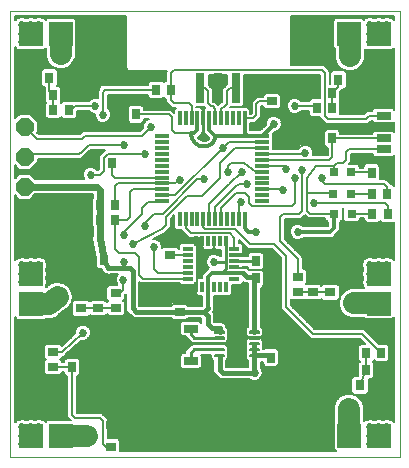
<source format=gtl>
G75*
%MOIN*%
%OFA0B0*%
%FSLAX24Y24*%
%IPPOS*%
%LPD*%
%AMOC8*
5,1,8,0,0,1.08239X$1,22.5*
%
%ADD10C,0.0000*%
%ADD11R,0.0354X0.0276*%
%ADD12R,0.0118X0.0472*%
%ADD13R,0.0472X0.0118*%
%ADD14R,0.0315X0.0315*%
%ADD15R,0.0315X0.1024*%
%ADD16R,0.0276X0.0354*%
%ADD17R,0.0787X0.0787*%
%ADD18R,0.0150X0.0335*%
%ADD19R,0.0335X0.0150*%
%ADD20R,0.0315X0.0354*%
%ADD21R,0.0354X0.0315*%
%ADD22R,0.0600X0.0600*%
%ADD23OC8,0.0600*%
%ADD24R,0.0650X0.0945*%
%ADD25C,0.0055*%
%ADD26C,0.0039*%
%ADD27R,0.0500X0.0250*%
%ADD28R,0.0472X0.0256*%
%ADD29R,0.2400X0.2400*%
%ADD30C,0.0060*%
%ADD31C,0.0120*%
%ADD32C,0.0240*%
%ADD33C,0.0160*%
%ADD34C,0.0100*%
%ADD35C,0.0270*%
%ADD36C,0.0740*%
D10*
X000350Y000450D02*
X000350Y015320D01*
X013342Y015320D01*
X013342Y000450D01*
X000350Y000450D01*
D11*
X001793Y003439D03*
X001793Y003951D03*
X003295Y005404D03*
X003295Y005915D03*
X003881Y005920D03*
X003881Y005408D03*
X005690Y007177D03*
X005690Y007689D03*
X006009Y005787D03*
X006009Y005276D03*
X009960Y005944D03*
X010450Y005947D03*
X010450Y006459D03*
X009960Y006455D03*
X009086Y012300D03*
X009086Y012812D03*
D12*
X008181Y011730D03*
X007984Y011730D03*
X007787Y011730D03*
X007590Y011730D03*
X007393Y011730D03*
X007196Y011730D03*
X007000Y011730D03*
X006803Y011730D03*
X006606Y011730D03*
X006409Y011730D03*
X006212Y011730D03*
X006015Y011730D03*
X006015Y008383D03*
X006212Y008383D03*
X006409Y008383D03*
X006606Y008383D03*
X006803Y008383D03*
X007000Y008383D03*
X007196Y008383D03*
X007393Y008383D03*
X007590Y008383D03*
X007787Y008383D03*
X007984Y008383D03*
X008181Y008383D03*
D13*
X008771Y008974D03*
X008771Y009170D03*
X008771Y009367D03*
X008771Y009564D03*
X008771Y009761D03*
X008771Y009958D03*
X008771Y010155D03*
X008771Y010352D03*
X008771Y010548D03*
X008771Y010745D03*
X008771Y010942D03*
X008771Y011139D03*
X005425Y011139D03*
X005425Y010942D03*
X005425Y010745D03*
X005425Y010548D03*
X005425Y010352D03*
X005425Y010155D03*
X005425Y009958D03*
X005425Y009761D03*
X005425Y009564D03*
X005425Y009367D03*
X005425Y009170D03*
X005425Y008974D03*
D14*
X011138Y009198D03*
X011729Y009198D03*
X011746Y008560D03*
X011155Y008560D03*
X011145Y009930D03*
X011736Y009930D03*
D15*
X007879Y012741D03*
X007289Y012741D03*
X006698Y012741D03*
D16*
X005732Y012686D03*
X005220Y012686D03*
X004543Y011867D03*
X004031Y011867D03*
X003748Y010230D03*
X003236Y010230D03*
X003362Y008833D03*
X003362Y008360D03*
X003874Y008360D03*
X003874Y008833D03*
X003478Y007016D03*
X002967Y007016D03*
X002943Y003442D03*
X002431Y003442D03*
X008552Y006399D03*
X009063Y006399D03*
X009061Y006966D03*
X008549Y006966D03*
X009047Y003760D03*
X009559Y003760D03*
X012229Y003909D03*
X012741Y003909D03*
X012738Y003345D03*
X012226Y003345D03*
X012441Y008560D03*
X012953Y008560D03*
X012925Y009224D03*
X012413Y009224D03*
X012409Y009922D03*
X012921Y009922D03*
X011102Y011063D03*
X010590Y011063D03*
X010594Y012092D03*
X010592Y012567D03*
X011104Y012567D03*
X011105Y012092D03*
X002319Y012007D03*
X002319Y012504D03*
X001807Y012504D03*
X001807Y012007D03*
D17*
X002050Y014550D03*
X001050Y014550D03*
X001050Y006554D03*
X001050Y005549D03*
X001050Y001150D03*
X002050Y001150D03*
X011666Y001150D03*
X012649Y001150D03*
X012650Y005556D03*
X012650Y006553D03*
X012650Y014551D03*
X011645Y014547D03*
D18*
X007555Y007653D03*
X007358Y007653D03*
X007161Y007653D03*
X006964Y007653D03*
X006767Y007653D03*
X006570Y007653D03*
X006570Y006098D03*
X006767Y006098D03*
X006964Y006098D03*
X007161Y006098D03*
X007358Y006098D03*
X007555Y006098D03*
D19*
X007840Y006383D03*
X007840Y006580D03*
X007840Y006777D03*
X007840Y006974D03*
X007840Y007170D03*
X007840Y007367D03*
X006285Y007367D03*
X006285Y007170D03*
X006285Y006974D03*
X006285Y006777D03*
X006285Y006580D03*
X006285Y006383D03*
D20*
X011280Y002835D03*
X012028Y002835D03*
X011654Y002048D03*
X011304Y013022D03*
X012052Y013022D03*
X011678Y013809D03*
X002420Y013088D03*
X001672Y013088D03*
X002046Y013876D03*
D21*
X002735Y006149D03*
X002735Y005401D03*
X001948Y005775D03*
X003729Y001526D03*
X003729Y000778D03*
X002941Y001152D03*
X011036Y005192D03*
X011036Y005940D03*
X011823Y005566D03*
D22*
X000850Y008450D03*
D23*
X000850Y009450D03*
X000850Y010450D03*
X000850Y011450D03*
D24*
X007925Y004226D03*
D25*
X008366Y004254D02*
X008646Y004254D01*
X008646Y004198D01*
X008366Y004198D01*
X008366Y004254D01*
X008366Y004252D02*
X008646Y004252D01*
X008646Y004450D02*
X008366Y004450D01*
X008646Y004450D02*
X008646Y004394D01*
X008366Y004394D01*
X008366Y004450D01*
X008366Y004448D02*
X008646Y004448D01*
X008646Y004647D02*
X008366Y004647D01*
X008646Y004647D02*
X008646Y004591D01*
X008366Y004591D01*
X008366Y004647D01*
X008366Y004645D02*
X008646Y004645D01*
X008646Y004057D02*
X008366Y004057D01*
X008646Y004057D02*
X008646Y004001D01*
X008366Y004001D01*
X008366Y004057D01*
X008366Y004055D02*
X008646Y004055D01*
X008646Y003860D02*
X008366Y003860D01*
X008646Y003860D02*
X008646Y003804D01*
X008366Y003804D01*
X008366Y003860D01*
X008366Y003858D02*
X008646Y003858D01*
X007484Y003804D02*
X007204Y003804D01*
X007204Y003860D01*
X007484Y003860D01*
X007484Y003804D01*
X007484Y003858D02*
X007204Y003858D01*
X007204Y004001D02*
X007484Y004001D01*
X007204Y004001D02*
X007204Y004057D01*
X007484Y004057D01*
X007484Y004001D01*
X007484Y004055D02*
X007204Y004055D01*
X007204Y004198D02*
X007484Y004198D01*
X007204Y004198D02*
X007204Y004254D01*
X007484Y004254D01*
X007484Y004198D01*
X007484Y004252D02*
X007204Y004252D01*
X007204Y004394D02*
X007484Y004394D01*
X007204Y004394D02*
X007204Y004450D01*
X007484Y004450D01*
X007484Y004394D01*
X007484Y004448D02*
X007204Y004448D01*
X007204Y004591D02*
X007484Y004591D01*
X007204Y004591D02*
X007204Y004647D01*
X007484Y004647D01*
X007484Y004591D01*
X007484Y004645D02*
X007204Y004645D01*
D26*
X007620Y004654D02*
X008230Y004654D01*
X008230Y004678D02*
X008068Y004678D01*
X008068Y004954D01*
X008063Y004954D01*
X008058Y004954D01*
X007999Y004954D01*
X007999Y004678D01*
X007851Y004678D01*
X007851Y004954D01*
X007782Y004954D01*
X007782Y004678D01*
X007620Y004678D01*
X007620Y003773D01*
X007782Y003773D01*
X007782Y003497D01*
X007851Y003497D01*
X007851Y003773D01*
X007999Y003773D01*
X007999Y003497D01*
X008068Y003497D01*
X008068Y003773D01*
X008230Y003773D01*
X008230Y004678D01*
X008230Y004616D02*
X007620Y004616D01*
X007620Y004578D02*
X008230Y004578D01*
X008230Y004540D02*
X007620Y004540D01*
X007620Y004502D02*
X008230Y004502D01*
X008230Y004464D02*
X007620Y004464D01*
X007620Y004426D02*
X008230Y004426D01*
X008230Y004389D02*
X007620Y004389D01*
X007620Y004351D02*
X008230Y004351D01*
X008230Y004313D02*
X007620Y004313D01*
X007620Y004275D02*
X008230Y004275D01*
X008230Y004237D02*
X007620Y004237D01*
X007620Y004199D02*
X008230Y004199D01*
X008230Y004161D02*
X007620Y004161D01*
X007620Y004123D02*
X008230Y004123D01*
X008230Y004086D02*
X007620Y004086D01*
X007620Y004048D02*
X008230Y004048D01*
X008230Y004010D02*
X007620Y004010D01*
X007620Y003972D02*
X008230Y003972D01*
X008230Y003934D02*
X007620Y003934D01*
X007620Y003896D02*
X008230Y003896D01*
X008230Y003858D02*
X007620Y003858D01*
X007620Y003820D02*
X008230Y003820D01*
X008230Y003783D02*
X007620Y003783D01*
X007782Y003745D02*
X007851Y003745D01*
X007851Y003707D02*
X007782Y003707D01*
X007782Y003669D02*
X007851Y003669D01*
X007851Y003631D02*
X007782Y003631D01*
X007782Y003593D02*
X007851Y003593D01*
X007851Y003555D02*
X007782Y003555D01*
X007782Y003517D02*
X007851Y003517D01*
X007999Y003517D02*
X008068Y003517D01*
X008068Y003555D02*
X007999Y003555D01*
X007999Y003593D02*
X008068Y003593D01*
X008068Y003631D02*
X007999Y003631D01*
X007999Y003669D02*
X008068Y003669D01*
X008068Y003707D02*
X007999Y003707D01*
X007999Y003745D02*
X008068Y003745D01*
X008068Y004691D02*
X007999Y004691D01*
X007999Y004729D02*
X008068Y004729D01*
X008068Y004767D02*
X007999Y004767D01*
X007999Y004805D02*
X008068Y004805D01*
X008068Y004843D02*
X007999Y004843D01*
X007999Y004881D02*
X008068Y004881D01*
X008068Y004919D02*
X007999Y004919D01*
X007851Y004919D02*
X007782Y004919D01*
X007782Y004881D02*
X007851Y004881D01*
X007851Y004843D02*
X007782Y004843D01*
X007782Y004805D02*
X007851Y004805D01*
X007851Y004767D02*
X007782Y004767D01*
X007782Y004729D02*
X007851Y004729D01*
X007851Y004691D02*
X007782Y004691D01*
D27*
X012811Y010714D03*
X012811Y011068D03*
X012811Y011820D03*
X012811Y012174D03*
D28*
X006377Y004724D03*
X006377Y003641D03*
D29*
X006860Y001830D03*
D30*
X007363Y003040D02*
X008345Y003040D01*
X008360Y003025D01*
X008457Y002985D01*
X008563Y002985D01*
X008660Y003025D01*
X008735Y003100D01*
X008775Y003197D01*
X008775Y003303D01*
X008735Y003400D01*
X008716Y003419D01*
X008716Y003622D01*
X008779Y003622D01*
X008779Y003529D01*
X008855Y003453D01*
X009238Y003453D01*
X009315Y003529D01*
X009315Y003991D01*
X009238Y004067D01*
X008855Y004067D01*
X008830Y004042D01*
X008803Y004042D01*
X008803Y004122D01*
X008797Y004127D01*
X008803Y004133D01*
X008803Y004318D01*
X008711Y004411D01*
X008617Y004411D01*
X008606Y004422D01*
X008617Y004434D01*
X008711Y004434D01*
X008803Y004526D01*
X008803Y004712D01*
X008716Y004799D01*
X008716Y006092D01*
X008743Y006092D01*
X008819Y006168D01*
X008819Y006630D01*
X008766Y006684D01*
X008817Y006735D01*
X008817Y007197D01*
X008741Y007273D01*
X008358Y007273D01*
X008282Y007197D01*
X008282Y007154D01*
X008086Y007154D01*
X008069Y007170D01*
X008137Y007239D01*
X008137Y007496D01*
X008061Y007572D01*
X008000Y007572D01*
X008000Y007674D01*
X008284Y007390D01*
X009084Y007390D01*
X009390Y007084D01*
X009390Y005384D01*
X009484Y005290D01*
X010384Y004390D01*
X012033Y004390D01*
X012207Y004216D01*
X012037Y004216D01*
X011961Y004140D01*
X011961Y003677D01*
X012010Y003628D01*
X011959Y003576D01*
X011959Y003142D01*
X011817Y003142D01*
X011740Y003066D01*
X011740Y002604D01*
X011817Y002528D01*
X012239Y002528D01*
X012315Y002604D01*
X012315Y003038D01*
X012418Y003038D01*
X012494Y003114D01*
X012494Y003576D01*
X012445Y003626D01*
X012485Y003666D01*
X012549Y003601D01*
X012932Y003601D01*
X013008Y003677D01*
X013008Y004140D01*
X012932Y004216D01*
X012660Y004216D01*
X012259Y004616D01*
X012165Y004710D01*
X010516Y004710D01*
X009710Y005516D01*
X009710Y005695D01*
X009729Y005676D01*
X010191Y005676D01*
X010207Y005691D01*
X010219Y005679D01*
X010681Y005679D01*
X010729Y005728D01*
X010805Y005653D01*
X011267Y005653D01*
X011343Y005729D01*
X011343Y006151D01*
X011267Y006228D01*
X010805Y006228D01*
X010736Y006159D01*
X010681Y006215D01*
X010219Y006215D01*
X010267Y006264D01*
X010267Y006647D01*
X010191Y006723D01*
X010173Y006723D01*
X010156Y006740D01*
X010120Y006740D01*
X010120Y007106D01*
X010026Y007200D01*
X009510Y007716D01*
X009510Y008384D01*
X009516Y008390D01*
X010056Y008390D01*
X010150Y008484D01*
X010175Y008509D01*
X010184Y008500D01*
X010284Y008400D01*
X010868Y008400D01*
X010868Y008349D01*
X010944Y008273D01*
X010965Y008273D01*
X010965Y008154D01*
X010952Y008140D01*
X010135Y008140D01*
X010100Y008175D01*
X010003Y008215D01*
X009897Y008215D01*
X009800Y008175D01*
X009725Y008100D01*
X009685Y008003D01*
X009685Y007897D01*
X009725Y007800D01*
X009800Y007725D01*
X009897Y007685D01*
X010003Y007685D01*
X010100Y007725D01*
X010135Y007760D01*
X011109Y007760D01*
X011234Y007885D01*
X011345Y007996D01*
X011345Y008273D01*
X011367Y008273D01*
X011443Y008349D01*
X011443Y008740D01*
X011458Y008740D01*
X011458Y008349D01*
X011534Y008273D01*
X011957Y008273D01*
X012033Y008349D01*
X012033Y008400D01*
X012173Y008400D01*
X012173Y008329D01*
X012249Y008253D01*
X012633Y008253D01*
X012697Y008318D01*
X012761Y008253D01*
X013144Y008253D01*
X013162Y008271D01*
X013162Y007012D01*
X013098Y007077D01*
X013027Y007077D01*
X012983Y007095D01*
X012877Y007095D01*
X012833Y007077D01*
X012747Y007077D01*
X012703Y007095D01*
X012597Y007095D01*
X012553Y007077D01*
X012467Y007077D01*
X012423Y007095D01*
X012317Y007095D01*
X012273Y007077D01*
X012202Y007077D01*
X012126Y007001D01*
X012126Y006934D01*
X012105Y006883D01*
X012105Y006777D01*
X012126Y006726D01*
X012126Y006654D01*
X012105Y006603D01*
X012105Y006497D01*
X012126Y006446D01*
X012126Y006374D01*
X012105Y006323D01*
X012105Y006217D01*
X012126Y006166D01*
X012126Y006106D01*
X012166Y006066D01*
X011724Y006066D01*
X011540Y005990D01*
X011399Y005849D01*
X011323Y005666D01*
X011323Y005467D01*
X011399Y005283D01*
X011540Y005142D01*
X011724Y005066D01*
X012169Y005066D01*
X012202Y005033D01*
X013098Y005033D01*
X013162Y005097D01*
X013162Y001608D01*
X013097Y001674D01*
X013034Y001674D01*
X012983Y001695D01*
X012877Y001695D01*
X012826Y001674D01*
X012754Y001674D01*
X012703Y001695D01*
X012597Y001695D01*
X012546Y001674D01*
X012474Y001674D01*
X012423Y001695D01*
X012317Y001695D01*
X012266Y001674D01*
X012202Y001674D01*
X012166Y001638D01*
X012166Y002135D01*
X012090Y002319D01*
X011949Y002460D01*
X011937Y002472D01*
X011753Y002548D01*
X011554Y002548D01*
X011371Y002472D01*
X011230Y002331D01*
X011154Y002147D01*
X011154Y001948D01*
X011166Y001920D01*
X011166Y001621D01*
X011142Y001598D01*
X011142Y000702D01*
X011215Y000630D01*
X004036Y000630D01*
X004036Y000989D01*
X003960Y001066D01*
X003610Y001066D01*
X003610Y001716D01*
X003510Y001816D01*
X003416Y001910D01*
X002597Y001910D01*
X002591Y001916D01*
X002591Y003135D01*
X002623Y003135D01*
X002699Y003211D01*
X002699Y003673D01*
X002623Y003749D01*
X002240Y003749D01*
X002163Y003673D01*
X002163Y003608D01*
X002100Y003606D01*
X002100Y003630D01*
X002036Y003695D01*
X002100Y003759D01*
X002100Y003787D01*
X002149Y003785D01*
X002152Y003787D01*
X002155Y003787D01*
X002200Y003831D01*
X002738Y004325D01*
X002843Y004325D01*
X002940Y004365D01*
X003015Y004440D01*
X003055Y004537D01*
X003055Y004643D01*
X003015Y004740D01*
X002940Y004815D01*
X002843Y004855D01*
X002737Y004855D01*
X002640Y004815D01*
X002565Y004740D01*
X002525Y004643D01*
X002525Y004564D01*
X002084Y004159D01*
X002024Y004218D01*
X001562Y004218D01*
X001486Y004142D01*
X001486Y003759D01*
X001550Y003695D01*
X001486Y003630D01*
X001486Y003247D01*
X001562Y003171D01*
X002024Y003171D01*
X002100Y003247D01*
X002100Y003286D01*
X002163Y003288D01*
X002163Y003211D01*
X002240Y003135D01*
X002271Y003135D01*
X002271Y001784D01*
X002365Y001690D01*
X002381Y001674D01*
X001602Y001674D01*
X001550Y001621D01*
X001498Y001674D01*
X001434Y001674D01*
X001383Y001695D01*
X001277Y001695D01*
X001226Y001674D01*
X001154Y001674D01*
X001103Y001695D01*
X000997Y001695D01*
X000946Y001674D01*
X000874Y001674D01*
X000823Y001695D01*
X000717Y001695D01*
X000666Y001674D01*
X000602Y001674D01*
X000530Y001601D01*
X000530Y005098D01*
X000602Y005025D01*
X001498Y005025D01*
X001518Y005046D01*
X001611Y005045D01*
X001678Y005036D01*
X001709Y005044D01*
X001742Y005044D01*
X001805Y005070D01*
X001870Y005087D01*
X001896Y005107D01*
X001926Y005119D01*
X001974Y005166D01*
X002330Y005437D01*
X002428Y005606D01*
X002428Y005189D01*
X002504Y005113D01*
X002966Y005113D01*
X003026Y005173D01*
X003064Y005136D01*
X003526Y005136D01*
X003590Y005200D01*
X003650Y005140D01*
X004113Y005140D01*
X004189Y005216D01*
X004189Y005600D01*
X004124Y005664D01*
X004189Y005728D01*
X004189Y005842D01*
X004193Y005845D01*
X004206Y005845D01*
X004238Y005877D01*
X004238Y005314D01*
X004486Y005066D01*
X005720Y005066D01*
X005778Y005008D01*
X006240Y005008D01*
X006297Y005066D01*
X006738Y005066D01*
X006740Y005064D01*
X006740Y004908D01*
X006667Y004982D01*
X006087Y004982D01*
X006011Y004905D01*
X006011Y004542D01*
X006087Y004466D01*
X006204Y004466D01*
X006322Y004348D01*
X006427Y004242D01*
X007134Y004242D01*
X007139Y004237D01*
X007549Y004237D01*
X007641Y004330D01*
X007641Y004515D01*
X007636Y004521D01*
X007641Y004526D01*
X007641Y004712D01*
X007560Y004794D01*
X007560Y004837D01*
X007437Y004960D01*
X007162Y004960D01*
X007160Y004962D01*
X007160Y005238D01*
X007129Y005269D01*
X007174Y005314D01*
X007174Y005488D01*
X007154Y005508D01*
X007154Y005800D01*
X007683Y005800D01*
X007760Y005876D01*
X007760Y006178D01*
X008061Y006178D01*
X008137Y006254D01*
X008137Y006266D01*
X008163Y006240D01*
X008284Y006240D01*
X008284Y006168D01*
X008296Y006156D01*
X008296Y004799D01*
X008208Y004712D01*
X008208Y004526D01*
X008300Y004434D01*
X008394Y004434D01*
X008405Y004422D01*
X008394Y004411D01*
X008300Y004411D01*
X008208Y004318D01*
X008208Y004133D01*
X008214Y004127D01*
X008208Y004122D01*
X008208Y003936D01*
X008214Y003930D01*
X008208Y003925D01*
X008208Y003739D01*
X008296Y003652D01*
X008296Y003478D01*
X008293Y003475D01*
X008293Y003460D01*
X007560Y003460D01*
X007560Y003658D01*
X007641Y003739D01*
X007641Y003925D01*
X007636Y003930D01*
X007641Y003936D01*
X007641Y004122D01*
X007549Y004214D01*
X007139Y004214D01*
X007134Y004209D01*
X006427Y004209D01*
X006322Y004103D01*
X006197Y003978D01*
X006197Y003899D01*
X006087Y003899D01*
X006011Y003823D01*
X006011Y003459D01*
X006087Y003383D01*
X006667Y003383D01*
X006743Y003459D01*
X006743Y003823D01*
X006717Y003849D01*
X007047Y003849D01*
X007047Y003739D01*
X007139Y003647D01*
X007140Y003647D01*
X007140Y003263D01*
X007240Y003163D01*
X007363Y003040D01*
X007321Y003083D02*
X002591Y003083D01*
X002591Y003024D02*
X008363Y003024D01*
X008657Y003024D02*
X011740Y003024D01*
X011740Y002966D02*
X002591Y002966D01*
X002591Y002907D02*
X011740Y002907D01*
X011740Y002849D02*
X002591Y002849D01*
X002591Y002790D02*
X011740Y002790D01*
X011740Y002732D02*
X002591Y002732D01*
X002591Y002673D02*
X011740Y002673D01*
X011740Y002615D02*
X002591Y002615D01*
X002591Y002556D02*
X011788Y002556D01*
X011874Y002498D02*
X013162Y002498D01*
X013162Y002556D02*
X012267Y002556D01*
X012315Y002615D02*
X013162Y002615D01*
X013162Y002673D02*
X012315Y002673D01*
X012315Y002732D02*
X013162Y002732D01*
X013162Y002790D02*
X012315Y002790D01*
X012315Y002849D02*
X013162Y002849D01*
X013162Y002907D02*
X012315Y002907D01*
X012315Y002966D02*
X013162Y002966D01*
X013162Y003024D02*
X012315Y003024D01*
X012462Y003083D02*
X013162Y003083D01*
X013162Y003141D02*
X012494Y003141D01*
X012494Y003200D02*
X013162Y003200D01*
X013162Y003258D02*
X012494Y003258D01*
X012494Y003317D02*
X013162Y003317D01*
X013162Y003375D02*
X012494Y003375D01*
X012494Y003434D02*
X013162Y003434D01*
X013162Y003492D02*
X012494Y003492D01*
X012494Y003551D02*
X013162Y003551D01*
X013162Y003609D02*
X012940Y003609D01*
X012998Y003668D02*
X013162Y003668D01*
X013162Y003726D02*
X013008Y003726D01*
X013008Y003785D02*
X013162Y003785D01*
X013162Y003843D02*
X013008Y003843D01*
X013008Y003902D02*
X013162Y003902D01*
X013162Y003960D02*
X013008Y003960D01*
X013008Y004019D02*
X013162Y004019D01*
X013162Y004077D02*
X013008Y004077D01*
X013008Y004136D02*
X013162Y004136D01*
X013162Y004194D02*
X012954Y004194D01*
X013162Y004253D02*
X012623Y004253D01*
X012564Y004311D02*
X013162Y004311D01*
X013162Y004370D02*
X012506Y004370D01*
X012447Y004428D02*
X013162Y004428D01*
X013162Y004487D02*
X012389Y004487D01*
X012330Y004545D02*
X013162Y004545D01*
X013162Y004604D02*
X012272Y004604D01*
X012213Y004662D02*
X013162Y004662D01*
X013162Y004721D02*
X010506Y004721D01*
X010447Y004779D02*
X013162Y004779D01*
X013162Y004838D02*
X010389Y004838D01*
X010330Y004896D02*
X013162Y004896D01*
X013162Y004955D02*
X010272Y004955D01*
X010213Y005013D02*
X013162Y005013D01*
X013162Y005072D02*
X013136Y005072D01*
X012099Y004550D02*
X012741Y003909D01*
X012541Y003609D02*
X012462Y003609D01*
X012228Y003344D02*
X012226Y003345D01*
X012226Y003906D01*
X012229Y003909D01*
X011961Y003902D02*
X009315Y003902D01*
X009315Y003960D02*
X011961Y003960D01*
X011961Y004019D02*
X009287Y004019D01*
X009315Y003843D02*
X011961Y003843D01*
X011961Y003785D02*
X009315Y003785D01*
X009315Y003726D02*
X011961Y003726D01*
X011971Y003668D02*
X009315Y003668D01*
X009315Y003609D02*
X011991Y003609D01*
X011959Y003551D02*
X009315Y003551D01*
X009277Y003492D02*
X011959Y003492D01*
X011959Y003434D02*
X008716Y003434D01*
X008716Y003492D02*
X008816Y003492D01*
X008779Y003551D02*
X008716Y003551D01*
X008716Y003609D02*
X008779Y003609D01*
X008745Y003375D02*
X011959Y003375D01*
X011959Y003317D02*
X008769Y003317D01*
X008775Y003258D02*
X011959Y003258D01*
X011959Y003200D02*
X008775Y003200D01*
X008752Y003141D02*
X011815Y003141D01*
X011757Y003083D02*
X008717Y003083D01*
X008296Y003492D02*
X007560Y003492D01*
X007560Y003551D02*
X008296Y003551D01*
X008296Y003609D02*
X007560Y003609D01*
X007570Y003668D02*
X008280Y003668D01*
X008221Y003726D02*
X007628Y003726D01*
X007641Y003785D02*
X008208Y003785D01*
X008208Y003843D02*
X007641Y003843D01*
X007641Y003902D02*
X008208Y003902D01*
X008208Y003960D02*
X007641Y003960D01*
X007641Y004019D02*
X008208Y004019D01*
X008208Y004077D02*
X007641Y004077D01*
X007627Y004136D02*
X008208Y004136D01*
X008208Y004194D02*
X007569Y004194D01*
X007564Y004253D02*
X008208Y004253D01*
X008208Y004311D02*
X007623Y004311D01*
X007641Y004370D02*
X008259Y004370D01*
X008248Y004487D02*
X007641Y004487D01*
X007641Y004545D02*
X008208Y004545D01*
X008208Y004604D02*
X007641Y004604D01*
X007641Y004662D02*
X008208Y004662D01*
X008217Y004721D02*
X007633Y004721D01*
X007575Y004779D02*
X008275Y004779D01*
X008296Y004838D02*
X007559Y004838D01*
X007501Y004896D02*
X008296Y004896D01*
X008296Y004955D02*
X007442Y004955D01*
X007160Y005013D02*
X008296Y005013D01*
X008296Y005072D02*
X007160Y005072D01*
X007160Y005130D02*
X008296Y005130D01*
X008296Y005189D02*
X007160Y005189D01*
X007151Y005247D02*
X008296Y005247D01*
X008296Y005306D02*
X007166Y005306D01*
X007174Y005364D02*
X008296Y005364D01*
X008296Y005423D02*
X007174Y005423D01*
X007174Y005481D02*
X008296Y005481D01*
X008296Y005540D02*
X007154Y005540D01*
X007154Y005598D02*
X008296Y005598D01*
X008296Y005657D02*
X007154Y005657D01*
X007154Y005715D02*
X008296Y005715D01*
X008296Y005774D02*
X007154Y005774D01*
X006774Y005774D02*
X004658Y005774D01*
X004658Y005832D02*
X006607Y005832D01*
X006639Y005800D02*
X006774Y005800D01*
X006774Y005508D01*
X006752Y005486D01*
X006297Y005486D01*
X006240Y005543D01*
X005778Y005543D01*
X005720Y005486D01*
X004660Y005486D01*
X004658Y005488D01*
X004658Y006280D01*
X004709Y006230D01*
X006012Y006230D01*
X006064Y006178D01*
X006506Y006178D01*
X006563Y006235D01*
X006563Y005876D01*
X006639Y005800D01*
X006563Y005891D02*
X004658Y005891D01*
X004658Y005949D02*
X006563Y005949D01*
X006563Y006008D02*
X004658Y006008D01*
X004658Y006066D02*
X006563Y006066D01*
X006570Y006098D02*
X006580Y006107D01*
X006580Y006470D01*
X006582Y006476D02*
X006774Y006476D01*
X006774Y006534D02*
X006774Y006395D01*
X006639Y006395D01*
X006582Y006339D01*
X006582Y007496D01*
X006506Y007572D01*
X006064Y007572D01*
X005988Y007496D01*
X005988Y007379D01*
X005921Y007445D01*
X005459Y007445D01*
X005415Y007401D01*
X005415Y007503D01*
X005375Y007600D01*
X005300Y007675D01*
X005203Y007715D01*
X005122Y007715D01*
X005464Y007890D01*
X005491Y007890D01*
X005520Y007919D01*
X005557Y007938D01*
X006136Y007938D01*
X006146Y007928D02*
X006324Y007750D01*
X006759Y007750D01*
X006759Y007432D01*
X006836Y007355D01*
X007093Y007355D01*
X007161Y007424D01*
X007229Y007355D01*
X007375Y007355D01*
X007375Y007130D01*
X007345Y007130D01*
X007300Y007175D01*
X007203Y007215D01*
X007097Y007215D01*
X007000Y007175D01*
X006925Y007100D01*
X006885Y007003D01*
X006885Y006897D01*
X006925Y006800D01*
X006983Y006742D01*
X006899Y006659D01*
X006774Y006534D01*
X006775Y006534D02*
X006582Y006534D01*
X006582Y006593D02*
X006833Y006593D01*
X006892Y006651D02*
X006582Y006651D01*
X006582Y006710D02*
X006950Y006710D01*
X006957Y006768D02*
X006582Y006768D01*
X006582Y006827D02*
X006914Y006827D01*
X006890Y006885D02*
X006582Y006885D01*
X006582Y006944D02*
X006885Y006944D01*
X006885Y007002D02*
X006582Y007002D01*
X006582Y007061D02*
X006909Y007061D01*
X006944Y007119D02*
X006582Y007119D01*
X006582Y007178D02*
X007007Y007178D01*
X007150Y007250D02*
X007150Y007642D01*
X007161Y007653D01*
X007149Y007412D02*
X007173Y007412D01*
X007375Y007353D02*
X006582Y007353D01*
X006582Y007295D02*
X007375Y007295D01*
X007375Y007236D02*
X006582Y007236D01*
X006582Y007412D02*
X006779Y007412D01*
X006759Y007470D02*
X006582Y007470D01*
X006550Y007529D02*
X006759Y007529D01*
X006759Y007587D02*
X005380Y007587D01*
X005404Y007529D02*
X006020Y007529D01*
X005988Y007470D02*
X005415Y007470D01*
X005415Y007412D02*
X005426Y007412D01*
X005329Y007646D02*
X006759Y007646D01*
X006759Y007704D02*
X005229Y007704D01*
X005215Y007763D02*
X006311Y007763D01*
X006253Y007821D02*
X005329Y007821D01*
X005443Y007880D02*
X006194Y007880D01*
X006146Y007928D02*
X006057Y008017D01*
X005902Y008017D01*
X005826Y008093D01*
X005826Y008500D01*
X005710Y008384D01*
X005710Y008109D01*
X005616Y008015D01*
X005565Y007964D01*
X005557Y007938D01*
X005598Y007997D02*
X006077Y007997D01*
X006212Y008088D02*
X006212Y008383D01*
X006212Y008088D02*
X006390Y007910D01*
X007690Y007910D01*
X007840Y007760D01*
X007840Y007367D01*
X008000Y007587D02*
X008087Y007587D01*
X008105Y007529D02*
X008145Y007529D01*
X008137Y007470D02*
X008204Y007470D01*
X008262Y007412D02*
X008137Y007412D01*
X008137Y007353D02*
X009121Y007353D01*
X009179Y007295D02*
X008137Y007295D01*
X008135Y007236D02*
X008320Y007236D01*
X008282Y007178D02*
X008076Y007178D01*
X008086Y006794D02*
X008282Y006794D01*
X008282Y006735D01*
X008335Y006681D01*
X008325Y006672D01*
X008207Y006790D01*
X008082Y006790D01*
X008086Y006794D01*
X008229Y006768D02*
X008282Y006768D01*
X008250Y006750D02*
X008320Y006680D01*
X008780Y006680D01*
X008791Y006710D02*
X009390Y006710D01*
X009390Y006768D02*
X008817Y006768D01*
X008817Y006827D02*
X009390Y006827D01*
X009390Y006885D02*
X008817Y006885D01*
X008817Y006944D02*
X009390Y006944D01*
X009390Y007002D02*
X008817Y007002D01*
X008817Y007061D02*
X009390Y007061D01*
X009355Y007119D02*
X008817Y007119D01*
X008817Y007178D02*
X009296Y007178D01*
X009238Y007236D02*
X008779Y007236D01*
X009150Y007550D02*
X008350Y007550D01*
X007850Y008050D01*
X006850Y008050D01*
X006803Y008097D01*
X006803Y008383D01*
X007000Y008383D02*
X007000Y008870D01*
X007660Y009530D01*
X008100Y009960D01*
X008080Y009960D01*
X008150Y010250D02*
X008542Y009958D01*
X008771Y009958D01*
X008763Y009950D01*
X008771Y010155D02*
X009445Y010155D01*
X009550Y010050D01*
X009850Y009750D02*
X009850Y008900D01*
X009750Y008800D01*
X008440Y008800D01*
X008320Y008920D01*
X008320Y009120D01*
X008200Y009240D01*
X007890Y009240D01*
X007393Y008743D01*
X007393Y008383D01*
X007196Y008383D02*
X007196Y008776D01*
X007920Y009500D01*
X008070Y009550D01*
X008250Y009550D01*
X008771Y009367D02*
X009453Y009367D01*
X009470Y009350D01*
X009450Y008550D02*
X009350Y008450D01*
X009350Y007650D01*
X009960Y007040D01*
X009960Y006455D01*
X009965Y006455D01*
X010090Y006580D01*
X010205Y006710D02*
X012126Y006710D01*
X012125Y006651D02*
X010263Y006651D01*
X010267Y006593D02*
X012105Y006593D01*
X012105Y006534D02*
X010267Y006534D01*
X010267Y006476D02*
X012114Y006476D01*
X012126Y006417D02*
X010267Y006417D01*
X010267Y006359D02*
X012120Y006359D01*
X012105Y006300D02*
X010267Y006300D01*
X010245Y006242D02*
X012105Y006242D01*
X012119Y006183D02*
X011311Y006183D01*
X011343Y006125D02*
X012126Y006125D01*
X011723Y006066D02*
X011343Y006066D01*
X011343Y006008D02*
X011582Y006008D01*
X011499Y005949D02*
X011343Y005949D01*
X011343Y005891D02*
X011441Y005891D01*
X011392Y005832D02*
X011343Y005832D01*
X011343Y005774D02*
X011368Y005774D01*
X011344Y005715D02*
X011329Y005715D01*
X011323Y005657D02*
X011271Y005657D01*
X011323Y005598D02*
X009710Y005598D01*
X009710Y005540D02*
X011323Y005540D01*
X011323Y005481D02*
X009745Y005481D01*
X009804Y005423D02*
X011342Y005423D01*
X011366Y005364D02*
X009862Y005364D01*
X009921Y005306D02*
X011390Y005306D01*
X011435Y005247D02*
X009979Y005247D01*
X010038Y005189D02*
X011494Y005189D01*
X011570Y005130D02*
X010096Y005130D01*
X010155Y005072D02*
X011711Y005072D01*
X012099Y004550D02*
X010450Y004550D01*
X009550Y005450D01*
X009550Y007150D01*
X009150Y007550D01*
X009522Y007704D02*
X009851Y007704D01*
X009763Y007763D02*
X009510Y007763D01*
X009510Y007821D02*
X009717Y007821D01*
X009692Y007880D02*
X009510Y007880D01*
X009510Y007938D02*
X009685Y007938D01*
X009685Y007997D02*
X009510Y007997D01*
X009510Y008055D02*
X009707Y008055D01*
X009739Y008114D02*
X009510Y008114D01*
X009510Y008172D02*
X009797Y008172D01*
X009510Y008231D02*
X010965Y008231D01*
X010965Y008172D02*
X010103Y008172D01*
X010072Y008406D02*
X010278Y008406D01*
X010219Y008465D02*
X010131Y008465D01*
X009990Y008550D02*
X009450Y008550D01*
X009510Y008348D02*
X010869Y008348D01*
X010928Y008289D02*
X009510Y008289D01*
X009990Y008550D02*
X010090Y008650D01*
X010090Y010000D01*
X010250Y009750D02*
X010550Y010150D01*
X011145Y010150D01*
X011245Y010250D01*
X011450Y010250D01*
X011550Y010350D01*
X011550Y010614D01*
X011650Y010714D01*
X012811Y010714D01*
X012805Y011063D02*
X012811Y011068D01*
X012805Y011063D02*
X011102Y011063D01*
X011102Y010452D01*
X011002Y010352D01*
X008771Y010352D01*
X008771Y010548D02*
X010158Y010548D01*
X010200Y010590D01*
X010446Y010688D02*
X010942Y010688D01*
X010942Y010746D02*
X010419Y010746D01*
X010425Y010740D02*
X010350Y010815D01*
X010253Y010855D01*
X010147Y010855D01*
X010050Y010815D01*
X009975Y010740D01*
X009962Y010708D01*
X009137Y010708D01*
X009137Y010829D01*
X009137Y011236D01*
X009186Y011285D01*
X009203Y011285D01*
X009300Y011325D01*
X009375Y011400D01*
X009415Y011497D01*
X009415Y011603D01*
X009375Y011700D01*
X009300Y011775D01*
X009203Y011815D01*
X009097Y011815D01*
X009000Y011775D01*
X008925Y011700D01*
X008885Y011603D01*
X008885Y011521D01*
X008693Y011329D01*
X008371Y011329D01*
X008371Y011570D01*
X008536Y011570D01*
X008630Y011663D01*
X008730Y011763D01*
X008730Y012134D01*
X008736Y012140D01*
X008779Y012140D01*
X008779Y012109D01*
X008855Y012033D01*
X008730Y012033D01*
X008730Y011975D02*
X009651Y011975D01*
X009625Y012000D02*
X009700Y011925D01*
X009797Y011885D01*
X009903Y011885D01*
X010000Y011925D01*
X010065Y011990D01*
X010326Y011990D01*
X010326Y011861D01*
X010402Y011785D01*
X010690Y011785D01*
X010690Y011754D01*
X010784Y011660D01*
X010790Y011654D01*
X010790Y011654D01*
X010884Y011560D01*
X012286Y011560D01*
X012386Y011660D01*
X012431Y011660D01*
X012431Y011641D01*
X012507Y011565D01*
X013114Y011565D01*
X013162Y011613D01*
X013162Y011275D01*
X013114Y011323D01*
X012507Y011323D01*
X012431Y011247D01*
X012431Y011223D01*
X011370Y011223D01*
X011370Y011294D01*
X011293Y011370D01*
X010910Y011370D01*
X010834Y011294D01*
X010834Y010832D01*
X010910Y010755D01*
X010942Y010755D01*
X010942Y010518D01*
X010936Y010512D01*
X010455Y010512D01*
X010454Y010512D02*
X010465Y010537D01*
X010465Y010643D01*
X010425Y010740D01*
X010360Y010805D02*
X010861Y010805D01*
X010834Y010863D02*
X009137Y010863D01*
X009137Y010805D02*
X010040Y010805D01*
X009981Y010746D02*
X009137Y010746D01*
X009137Y010922D02*
X010834Y010922D01*
X010834Y010980D02*
X009137Y010980D01*
X009137Y011039D02*
X010834Y011039D01*
X010834Y011097D02*
X009137Y011097D01*
X009137Y011156D02*
X010834Y011156D01*
X010834Y011214D02*
X009137Y011214D01*
X009174Y011273D02*
X010834Y011273D01*
X010872Y011331D02*
X009306Y011331D01*
X009364Y011390D02*
X013162Y011390D01*
X013162Y011448D02*
X009395Y011448D01*
X009415Y011507D02*
X013162Y011507D01*
X013162Y011565D02*
X012291Y011565D01*
X012350Y011624D02*
X012448Y011624D01*
X012320Y011820D02*
X012811Y011820D01*
X013114Y012075D02*
X012507Y012075D01*
X012431Y011999D01*
X012431Y011980D01*
X012254Y011980D01*
X012160Y011886D01*
X012154Y011880D01*
X011373Y011880D01*
X011373Y012323D01*
X011366Y012330D01*
X011371Y012336D01*
X011371Y012608D01*
X011464Y012700D01*
X011464Y012714D01*
X011515Y012714D01*
X011591Y012791D01*
X011591Y013253D01*
X011515Y013329D01*
X011092Y013329D01*
X011016Y013253D01*
X011016Y012874D01*
X011010Y012874D01*
X011010Y013316D01*
X010910Y013416D01*
X010910Y013416D01*
X010816Y013510D01*
X009730Y013510D01*
X009730Y015140D01*
X013162Y015140D01*
X013162Y015010D01*
X013098Y015075D01*
X013032Y015075D01*
X012983Y015095D01*
X012877Y015095D01*
X012828Y015075D01*
X012752Y015075D01*
X012703Y015095D01*
X012597Y015095D01*
X012548Y015075D01*
X012472Y015075D01*
X012423Y015095D01*
X012317Y015095D01*
X012268Y015075D01*
X012202Y015075D01*
X012146Y015018D01*
X012093Y015071D01*
X011198Y015071D01*
X011122Y014994D01*
X011122Y014099D01*
X011179Y014042D01*
X011187Y013931D01*
X011178Y013909D01*
X011178Y013710D01*
X011254Y013526D01*
X011394Y013385D01*
X011578Y013309D01*
X011777Y013309D01*
X011961Y013385D01*
X011991Y013416D01*
X012007Y013424D01*
X012061Y013485D01*
X012119Y013544D01*
X012126Y013560D01*
X012138Y013574D01*
X012164Y013651D01*
X012195Y013727D01*
X012195Y013745D01*
X012201Y013762D01*
X012195Y013844D01*
X012195Y013926D01*
X012188Y013943D01*
X012181Y014049D01*
X012202Y014027D01*
X012263Y014027D01*
X012317Y014005D01*
X012423Y014005D01*
X012477Y014027D01*
X012543Y014027D01*
X012597Y014005D01*
X012703Y014005D01*
X012757Y014027D01*
X012823Y014027D01*
X012877Y014005D01*
X012983Y014005D01*
X013037Y014027D01*
X013098Y014027D01*
X013162Y014092D01*
X013162Y012027D01*
X013114Y012075D01*
X013162Y012092D02*
X011373Y012092D01*
X011373Y012150D02*
X013162Y012150D01*
X013162Y012209D02*
X011373Y012209D01*
X011373Y012267D02*
X013162Y012267D01*
X013162Y012326D02*
X011370Y012326D01*
X011371Y012384D02*
X013162Y012384D01*
X013162Y012443D02*
X011371Y012443D01*
X011371Y012501D02*
X013162Y012501D01*
X013162Y012560D02*
X011371Y012560D01*
X011381Y012618D02*
X013162Y012618D01*
X013162Y012677D02*
X011440Y012677D01*
X011535Y012735D02*
X013162Y012735D01*
X013162Y012794D02*
X011591Y012794D01*
X011591Y012852D02*
X013162Y012852D01*
X013162Y012911D02*
X011591Y012911D01*
X011591Y012969D02*
X013162Y012969D01*
X013162Y013028D02*
X011591Y013028D01*
X011591Y013086D02*
X013162Y013086D01*
X013162Y013145D02*
X011591Y013145D01*
X011591Y013203D02*
X013162Y013203D01*
X013162Y013262D02*
X011582Y013262D01*
X011552Y013320D02*
X011524Y013320D01*
X011410Y013379D02*
X010948Y013379D01*
X010889Y013437D02*
X011342Y013437D01*
X011284Y013496D02*
X010831Y013496D01*
X010750Y013350D02*
X005832Y013350D01*
X005732Y013250D01*
X005732Y012686D01*
X005732Y012350D01*
X005832Y012250D01*
X006309Y012250D01*
X006409Y012150D01*
X006409Y011730D01*
X006569Y012096D02*
X006569Y012100D01*
X006854Y012100D01*
X006872Y012081D01*
X006811Y012020D01*
X006811Y011809D01*
X006810Y011808D01*
X006810Y011260D01*
X006993Y011077D01*
X006984Y011056D01*
X006943Y011015D01*
X006890Y010993D01*
X006861Y010990D01*
X006800Y010990D01*
X006755Y010995D01*
X006674Y011031D01*
X006618Y011094D01*
X006685Y011160D01*
X006796Y011271D01*
X006796Y011808D01*
X006795Y011809D01*
X006795Y012020D01*
X006719Y012096D01*
X006569Y012096D01*
X006723Y012092D02*
X006862Y012092D01*
X006824Y012033D02*
X006782Y012033D01*
X006795Y011975D02*
X006811Y011975D01*
X006811Y011916D02*
X006795Y011916D01*
X006795Y011858D02*
X006811Y011858D01*
X006810Y011799D02*
X006796Y011799D01*
X006796Y011741D02*
X006810Y011741D01*
X006810Y011682D02*
X006796Y011682D01*
X006796Y011624D02*
X006810Y011624D01*
X006810Y011565D02*
X006796Y011565D01*
X006796Y011507D02*
X006810Y011507D01*
X006810Y011448D02*
X006796Y011448D01*
X006796Y011390D02*
X006810Y011390D01*
X006810Y011331D02*
X006796Y011331D01*
X006796Y011273D02*
X006810Y011273D01*
X006856Y011214D02*
X006739Y011214D01*
X006680Y011156D02*
X006914Y011156D01*
X006973Y011097D02*
X006622Y011097D01*
X006668Y011039D02*
X006967Y011039D01*
X007450Y010750D02*
X005870Y009170D01*
X005425Y009170D01*
X005425Y009367D02*
X004450Y009367D01*
X004350Y009267D01*
X004350Y008460D01*
X004250Y008360D01*
X003874Y008360D01*
X003874Y007375D01*
X003999Y007250D01*
X004525Y007250D01*
X004650Y007125D01*
X004650Y006515D01*
X004775Y006390D01*
X006278Y006390D01*
X006285Y006383D01*
X006285Y006580D02*
X006275Y006590D01*
X005280Y006590D01*
X005150Y006720D01*
X005150Y007450D01*
X005690Y007177D02*
X005697Y007170D01*
X006285Y007170D01*
X005988Y007412D02*
X005955Y007412D01*
X005864Y008055D02*
X005656Y008055D01*
X005710Y008114D02*
X005826Y008114D01*
X005826Y008172D02*
X005710Y008172D01*
X005710Y008231D02*
X005826Y008231D01*
X005826Y008289D02*
X005710Y008289D01*
X005710Y008348D02*
X005826Y008348D01*
X005826Y008406D02*
X005732Y008406D01*
X005791Y008465D02*
X005826Y008465D01*
X005550Y008450D02*
X005550Y008175D01*
X005425Y008050D01*
X004450Y007550D01*
X004150Y007850D02*
X004150Y007950D01*
X004750Y008550D01*
X004750Y008750D01*
X004950Y008950D01*
X005401Y008950D01*
X005425Y008974D01*
X005450Y008550D02*
X005150Y008550D01*
X004850Y008250D01*
X004850Y008150D01*
X005450Y008550D02*
X006600Y009700D01*
X006840Y009700D01*
X007350Y009750D02*
X006750Y009150D01*
X006250Y009150D01*
X005550Y008450D01*
X005425Y009564D02*
X005864Y009564D01*
X006020Y009690D01*
X005425Y009761D02*
X003848Y009761D01*
X003748Y009861D01*
X003748Y010230D01*
X003490Y010425D02*
X003615Y010550D01*
X004850Y010550D01*
X004750Y011150D02*
X005050Y011450D01*
X004979Y011707D02*
X004900Y011675D01*
X004825Y011600D01*
X004785Y011503D01*
X004785Y011411D01*
X004684Y011310D01*
X002784Y011310D01*
X002690Y011216D01*
X002684Y011210D01*
X001316Y011210D01*
X001267Y011259D01*
X001280Y011272D01*
X001280Y011628D01*
X001028Y011880D01*
X000672Y011880D01*
X000530Y011738D01*
X000530Y014099D01*
X000602Y014026D01*
X000666Y014026D01*
X000717Y014005D01*
X000823Y014005D01*
X000874Y014026D01*
X000946Y014026D01*
X000997Y014005D01*
X001103Y014005D01*
X001154Y014026D01*
X001226Y014026D01*
X001277Y014005D01*
X001383Y014005D01*
X001434Y014026D01*
X001498Y014026D01*
X001550Y014079D01*
X001550Y013985D01*
X001546Y013975D01*
X001546Y013776D01*
X001622Y013592D01*
X001763Y013452D01*
X001947Y013376D01*
X002146Y013376D01*
X002329Y013452D01*
X002333Y013456D01*
X002474Y013596D01*
X002550Y013780D01*
X002550Y014079D01*
X002574Y014102D01*
X002574Y014998D01*
X002498Y015074D01*
X001602Y015074D01*
X001550Y015021D01*
X001498Y015074D01*
X001434Y015074D01*
X001383Y015095D01*
X001277Y015095D01*
X001226Y015074D01*
X001154Y015074D01*
X001103Y015095D01*
X000997Y015095D01*
X000946Y015074D01*
X000874Y015074D01*
X000823Y015095D01*
X000717Y015095D01*
X000666Y015074D01*
X000602Y015074D01*
X000530Y015001D01*
X000530Y015140D01*
X004220Y015140D01*
X004220Y013396D01*
X004296Y013320D01*
X001959Y013320D01*
X001960Y013319D02*
X001883Y013395D01*
X001461Y013395D01*
X001385Y013319D01*
X001385Y012857D01*
X001461Y012781D01*
X001512Y012781D01*
X001512Y012572D01*
X001539Y012545D01*
X001539Y012273D01*
X001556Y012256D01*
X001539Y012238D01*
X001539Y011776D01*
X001615Y011700D01*
X001998Y011700D01*
X002063Y011765D01*
X002127Y011700D01*
X002510Y011700D01*
X002586Y011776D01*
X002586Y011979D01*
X002605Y011990D01*
X002985Y011990D01*
X003050Y011925D01*
X003147Y011885D01*
X003185Y011885D01*
X003185Y011797D01*
X003225Y011700D01*
X003300Y011625D01*
X003397Y011585D01*
X003503Y011585D01*
X003600Y011625D01*
X003675Y011700D01*
X003715Y011797D01*
X003715Y011903D01*
X003675Y012000D01*
X003610Y012065D01*
X003610Y012526D01*
X004952Y012526D01*
X004952Y012455D01*
X005028Y012379D01*
X005412Y012379D01*
X005476Y012443D01*
X005540Y012379D01*
X005572Y012379D01*
X005572Y012284D01*
X005766Y012090D01*
X005897Y012090D01*
X005826Y012020D01*
X005826Y011917D01*
X005816Y011927D01*
X005716Y012027D01*
X004811Y012027D01*
X004811Y012098D01*
X004735Y012174D01*
X004351Y012174D01*
X004275Y012098D01*
X004275Y011636D01*
X004351Y011560D01*
X004735Y011560D01*
X004811Y011636D01*
X004811Y011707D01*
X004979Y011707D01*
X004918Y011682D02*
X004811Y011682D01*
X004798Y011624D02*
X004849Y011624D01*
X004811Y011565D02*
X004739Y011565D01*
X004787Y011507D02*
X001280Y011507D01*
X001280Y011565D02*
X004346Y011565D01*
X004288Y011624D02*
X003596Y011624D01*
X003657Y011682D02*
X004275Y011682D01*
X004275Y011741D02*
X003691Y011741D01*
X003715Y011799D02*
X004275Y011799D01*
X004275Y011858D02*
X003715Y011858D01*
X003709Y011916D02*
X004275Y011916D01*
X004275Y011975D02*
X003685Y011975D01*
X003642Y012033D02*
X004275Y012033D01*
X004275Y012092D02*
X003610Y012092D01*
X003610Y012150D02*
X004327Y012150D01*
X004543Y011867D02*
X005650Y011867D01*
X005750Y011767D01*
X005750Y011350D01*
X005850Y011250D01*
X006400Y011250D01*
X006450Y011250D01*
X006506Y011250D01*
X005840Y012033D02*
X004811Y012033D01*
X004811Y012092D02*
X005764Y012092D01*
X005706Y012150D02*
X004759Y012150D01*
X005023Y012384D02*
X003610Y012384D01*
X003610Y012326D02*
X005572Y012326D01*
X005589Y012267D02*
X003610Y012267D01*
X003610Y012209D02*
X005647Y012209D01*
X005535Y012384D02*
X005417Y012384D01*
X005475Y012443D02*
X005477Y012443D01*
X005220Y012686D02*
X003475Y012686D01*
X003450Y012561D01*
X003450Y011850D01*
X003304Y011624D02*
X001280Y011624D01*
X001226Y011682D02*
X003243Y011682D01*
X003209Y011741D02*
X002550Y011741D01*
X002586Y011799D02*
X003185Y011799D01*
X003185Y011858D02*
X002586Y011858D01*
X002586Y011916D02*
X003072Y011916D01*
X003001Y011975D02*
X002586Y011975D01*
X002561Y012150D02*
X003200Y012150D01*
X003001Y012326D02*
X002074Y012326D01*
X002074Y012273D02*
X002074Y012735D01*
X003315Y012735D01*
X003315Y012752D02*
X003315Y012702D01*
X003303Y012640D01*
X003290Y012627D01*
X003290Y012577D01*
X003280Y012528D01*
X003290Y012513D01*
X003290Y012400D01*
X003253Y012415D01*
X003147Y012415D01*
X003050Y012375D01*
X002985Y012310D01*
X002581Y012310D01*
X002537Y012322D01*
X002517Y012310D01*
X002515Y012310D01*
X002510Y012315D01*
X002127Y012315D01*
X002063Y012250D01*
X002057Y012256D01*
X002074Y012273D01*
X002069Y012267D02*
X002079Y012267D01*
X002074Y012384D02*
X003073Y012384D01*
X003290Y012443D02*
X002074Y012443D01*
X002074Y012501D02*
X003290Y012501D01*
X003286Y012560D02*
X002074Y012560D01*
X002074Y012618D02*
X003290Y012618D01*
X003310Y012677D02*
X002074Y012677D01*
X002074Y012735D02*
X001998Y012811D01*
X001913Y012811D01*
X001960Y012857D01*
X001960Y013319D01*
X001960Y013262D02*
X005572Y013262D01*
X005572Y013316D02*
X005572Y012993D01*
X005540Y012993D01*
X005476Y012929D01*
X005412Y012993D01*
X005028Y012993D01*
X004952Y012917D01*
X004952Y012846D01*
X003491Y012846D01*
X003441Y012856D01*
X003427Y012846D01*
X003409Y012846D01*
X003373Y012811D01*
X003331Y012783D01*
X003328Y012765D01*
X003315Y012752D01*
X003348Y012794D02*
X002015Y012794D01*
X001954Y012852D02*
X003435Y012852D01*
X003462Y012852D02*
X004952Y012852D01*
X004952Y012911D02*
X001960Y012911D01*
X001960Y012969D02*
X005004Y012969D01*
X004952Y012501D02*
X003610Y012501D01*
X003610Y012443D02*
X004965Y012443D01*
X005436Y012969D02*
X005516Y012969D01*
X005572Y013028D02*
X001960Y013028D01*
X001960Y013086D02*
X005572Y013086D01*
X005572Y013145D02*
X001960Y013145D01*
X001960Y013203D02*
X005572Y013203D01*
X005572Y013316D02*
X005576Y013320D01*
X004296Y013320D01*
X004238Y013379D02*
X002153Y013379D01*
X002294Y013437D02*
X004220Y013437D01*
X004220Y013496D02*
X002373Y013496D01*
X002432Y013554D02*
X004220Y013554D01*
X004220Y013613D02*
X002481Y013613D01*
X002505Y013671D02*
X004220Y013671D01*
X004220Y013730D02*
X002529Y013730D01*
X002550Y013788D02*
X004220Y013788D01*
X004220Y013847D02*
X002550Y013847D01*
X002550Y013905D02*
X004220Y013905D01*
X004220Y013964D02*
X002550Y013964D01*
X002550Y014022D02*
X004220Y014022D01*
X004220Y014081D02*
X002552Y014081D01*
X002574Y014139D02*
X004220Y014139D01*
X004220Y014198D02*
X002574Y014198D01*
X002574Y014256D02*
X004220Y014256D01*
X004220Y014315D02*
X002574Y014315D01*
X002574Y014373D02*
X004220Y014373D01*
X004220Y014432D02*
X002574Y014432D01*
X002574Y014490D02*
X004220Y014490D01*
X004220Y014549D02*
X002574Y014549D01*
X002574Y014607D02*
X004220Y014607D01*
X004220Y014666D02*
X002574Y014666D01*
X002574Y014724D02*
X004220Y014724D01*
X004220Y014783D02*
X002574Y014783D01*
X002574Y014841D02*
X004220Y014841D01*
X004220Y014900D02*
X002574Y014900D01*
X002574Y014958D02*
X004220Y014958D01*
X004220Y015017D02*
X002555Y015017D01*
X001550Y014022D02*
X001424Y014022D01*
X001546Y013964D02*
X000530Y013964D01*
X000530Y014022D02*
X000676Y014022D01*
X000548Y014081D02*
X000530Y014081D01*
X000530Y013905D02*
X001546Y013905D01*
X001546Y013847D02*
X000530Y013847D01*
X000530Y013788D02*
X001546Y013788D01*
X001565Y013730D02*
X000530Y013730D01*
X000530Y013671D02*
X001590Y013671D01*
X001614Y013613D02*
X000530Y013613D01*
X000530Y013554D02*
X001660Y013554D01*
X001719Y013496D02*
X000530Y013496D01*
X000530Y013437D02*
X001798Y013437D01*
X001900Y013379D02*
X001939Y013379D01*
X001672Y013088D02*
X001672Y012638D01*
X001807Y012504D01*
X001807Y012007D01*
X001539Y012033D02*
X000530Y012033D01*
X000530Y011975D02*
X001539Y011975D01*
X001539Y011916D02*
X000530Y011916D01*
X000530Y011858D02*
X000649Y011858D01*
X000591Y011799D02*
X000530Y011799D01*
X000530Y011741D02*
X000532Y011741D01*
X000530Y012092D02*
X001539Y012092D01*
X001539Y012150D02*
X000530Y012150D01*
X000530Y012209D02*
X001539Y012209D01*
X001544Y012267D02*
X000530Y012267D01*
X000530Y012326D02*
X001539Y012326D01*
X001539Y012384D02*
X000530Y012384D01*
X000530Y012443D02*
X001539Y012443D01*
X001539Y012501D02*
X000530Y012501D01*
X000530Y012560D02*
X001524Y012560D01*
X001512Y012618D02*
X000530Y012618D01*
X000530Y012677D02*
X001512Y012677D01*
X001512Y012735D02*
X000530Y012735D01*
X000530Y012794D02*
X001448Y012794D01*
X001390Y012852D02*
X000530Y012852D01*
X000530Y012911D02*
X001385Y012911D01*
X001385Y012969D02*
X000530Y012969D01*
X000530Y013028D02*
X001385Y013028D01*
X001385Y013086D02*
X000530Y013086D01*
X000530Y013145D02*
X001385Y013145D01*
X001385Y013203D02*
X000530Y013203D01*
X000530Y013262D02*
X001385Y013262D01*
X001385Y013320D02*
X000530Y013320D01*
X000530Y013379D02*
X001444Y013379D01*
X001236Y014022D02*
X001144Y014022D01*
X000956Y014022D02*
X000864Y014022D01*
X000545Y015017D02*
X000530Y015017D01*
X000530Y015075D02*
X000669Y015075D01*
X000530Y015134D02*
X004220Y015134D01*
X004220Y015075D02*
X001431Y015075D01*
X001229Y015075D02*
X001151Y015075D01*
X000949Y015075D02*
X000871Y015075D01*
X002561Y012150D02*
X002319Y012007D01*
X002087Y011741D02*
X002039Y011741D01*
X001575Y011741D02*
X001168Y011741D01*
X001109Y011799D02*
X001539Y011799D01*
X001539Y011858D02*
X001051Y011858D01*
X000850Y011450D02*
X001250Y011050D01*
X002750Y011050D01*
X002850Y011150D01*
X004750Y011150D01*
X004705Y011331D02*
X001280Y011331D01*
X001280Y011273D02*
X002746Y011273D01*
X002688Y011214D02*
X001312Y011214D01*
X001280Y011390D02*
X004763Y011390D01*
X004785Y011448D02*
X001280Y011448D01*
X000940Y010540D02*
X002650Y010540D01*
X002750Y010625D01*
X002975Y010850D01*
X004150Y010850D01*
X003529Y010690D02*
X003424Y010585D01*
X003330Y010491D01*
X003330Y010041D01*
X003299Y010010D01*
X003265Y010010D01*
X003200Y010075D01*
X003103Y010115D01*
X002997Y010115D01*
X002900Y010075D01*
X002825Y010000D01*
X002785Y009903D01*
X002785Y009797D01*
X002825Y009700D01*
X001208Y009700D01*
X001028Y009880D01*
X000672Y009880D01*
X000530Y009738D01*
X000530Y010162D01*
X000672Y010020D01*
X001028Y010020D01*
X001280Y010272D01*
X001280Y010380D01*
X002644Y010380D01*
X002703Y010375D01*
X002709Y010380D01*
X002716Y010380D01*
X002759Y010422D01*
X002809Y010465D01*
X002816Y010465D01*
X002859Y010507D01*
X002904Y010546D01*
X002905Y010553D01*
X003041Y010690D01*
X003529Y010690D01*
X003526Y010688D02*
X003039Y010688D01*
X002980Y010629D02*
X003468Y010629D01*
X003409Y010571D02*
X002922Y010571D01*
X002864Y010512D02*
X003351Y010512D01*
X003330Y010454D02*
X002795Y010454D01*
X002731Y010395D02*
X003330Y010395D01*
X003330Y010337D02*
X001280Y010337D01*
X001280Y010278D02*
X003330Y010278D01*
X003330Y010220D02*
X001228Y010220D01*
X001169Y010161D02*
X003330Y010161D01*
X003330Y010103D02*
X003133Y010103D01*
X003231Y010044D02*
X003330Y010044D01*
X003490Y009975D02*
X003365Y009850D01*
X003050Y009850D01*
X002869Y010044D02*
X001052Y010044D01*
X001111Y010103D02*
X002967Y010103D01*
X002819Y009986D02*
X000530Y009986D01*
X000530Y010044D02*
X000648Y010044D01*
X000589Y010103D02*
X000530Y010103D01*
X000530Y010161D02*
X000531Y010161D01*
X000530Y009927D02*
X002795Y009927D01*
X002785Y009869D02*
X001040Y009869D01*
X001098Y009810D02*
X002785Y009810D01*
X002804Y009752D02*
X001157Y009752D01*
X001208Y009200D02*
X003112Y009200D01*
X003112Y009081D01*
X003094Y009064D01*
X003094Y008602D01*
X003099Y008596D01*
X003094Y008591D01*
X003094Y008129D01*
X003112Y008111D01*
X003112Y007825D01*
X003109Y007812D01*
X003098Y007786D01*
X003098Y007764D01*
X003094Y007741D01*
X003098Y007714D01*
X003098Y007687D01*
X003107Y007666D01*
X003211Y007092D01*
X003211Y006785D01*
X003287Y006709D01*
X003415Y006709D01*
X003424Y006693D01*
X003424Y006663D01*
X003467Y006621D01*
X003497Y006569D01*
X003526Y006561D01*
X003547Y006540D01*
X003607Y006540D01*
X003665Y006525D01*
X003691Y006540D01*
X003955Y006540D01*
X003915Y006500D01*
X003875Y006403D01*
X003875Y006297D01*
X003915Y006200D01*
X003928Y006187D01*
X003650Y006187D01*
X003574Y006111D01*
X003574Y005728D01*
X003639Y005664D01*
X003586Y005611D01*
X003526Y005671D01*
X003064Y005671D01*
X003023Y005631D01*
X002966Y005688D01*
X002504Y005688D01*
X002431Y005615D01*
X002456Y005807D01*
X002406Y005999D01*
X002285Y006157D01*
X002113Y006257D01*
X001916Y006284D01*
X001724Y006233D01*
X001574Y006118D01*
X001574Y006166D01*
X001595Y006217D01*
X001595Y006323D01*
X001574Y006374D01*
X001574Y006446D01*
X001595Y006497D01*
X001595Y006603D01*
X001574Y006654D01*
X001574Y006726D01*
X001595Y006777D01*
X001595Y006883D01*
X001574Y006934D01*
X001574Y007002D01*
X001498Y007078D01*
X001424Y007078D01*
X001383Y007095D01*
X001277Y007095D01*
X001236Y007078D01*
X001144Y007078D01*
X001103Y007095D01*
X000997Y007095D01*
X000956Y007078D01*
X000864Y007078D01*
X000823Y007095D01*
X000717Y007095D01*
X000676Y007078D01*
X000602Y007078D01*
X000530Y007005D01*
X000530Y009162D01*
X000672Y009020D01*
X001028Y009020D01*
X001208Y009200D01*
X001175Y009167D02*
X003112Y009167D01*
X003112Y009108D02*
X001116Y009108D01*
X001058Y009050D02*
X003094Y009050D01*
X003094Y008991D02*
X000530Y008991D01*
X000530Y008933D02*
X003094Y008933D01*
X003094Y008874D02*
X000530Y008874D01*
X000530Y008816D02*
X003094Y008816D01*
X003094Y008757D02*
X000530Y008757D01*
X000530Y008699D02*
X003094Y008699D01*
X003094Y008640D02*
X000530Y008640D01*
X000530Y008582D02*
X003094Y008582D01*
X003094Y008523D02*
X000530Y008523D01*
X000530Y008465D02*
X003094Y008465D01*
X003094Y008406D02*
X000530Y008406D01*
X000530Y008348D02*
X003094Y008348D01*
X003094Y008289D02*
X000530Y008289D01*
X000530Y008231D02*
X003094Y008231D01*
X003094Y008172D02*
X000530Y008172D01*
X000530Y008114D02*
X003110Y008114D01*
X003112Y008055D02*
X000530Y008055D01*
X000530Y007997D02*
X003112Y007997D01*
X003112Y007938D02*
X000530Y007938D01*
X000530Y007880D02*
X003112Y007880D01*
X003111Y007821D02*
X000530Y007821D01*
X000530Y007763D02*
X003098Y007763D01*
X003098Y007704D02*
X000530Y007704D01*
X000530Y007646D02*
X003111Y007646D01*
X003121Y007587D02*
X000530Y007587D01*
X000530Y007529D02*
X003132Y007529D01*
X003142Y007470D02*
X000530Y007470D01*
X000530Y007412D02*
X003153Y007412D01*
X003164Y007353D02*
X000530Y007353D01*
X000530Y007295D02*
X003174Y007295D01*
X003185Y007236D02*
X000530Y007236D01*
X000530Y007178D02*
X003195Y007178D01*
X003206Y007119D02*
X000530Y007119D01*
X000530Y007061D02*
X000585Y007061D01*
X001515Y007061D02*
X003211Y007061D01*
X003211Y007002D02*
X001573Y007002D01*
X001574Y006944D02*
X003211Y006944D01*
X003211Y006885D02*
X001594Y006885D01*
X001595Y006827D02*
X003211Y006827D01*
X003227Y006768D02*
X001591Y006768D01*
X001574Y006710D02*
X003286Y006710D01*
X003436Y006651D02*
X001575Y006651D01*
X001595Y006593D02*
X003483Y006593D01*
X003630Y006534D02*
X001595Y006534D01*
X001586Y006476D02*
X003905Y006476D01*
X003881Y006417D02*
X001574Y006417D01*
X001580Y006359D02*
X003875Y006359D01*
X003875Y006300D02*
X001595Y006300D01*
X001595Y006242D02*
X001757Y006242D01*
X001658Y006183D02*
X001581Y006183D01*
X001574Y006125D02*
X001582Y006125D01*
X002140Y006242D02*
X003898Y006242D01*
X003646Y006183D02*
X002240Y006183D01*
X002310Y006125D02*
X003588Y006125D01*
X003574Y006066D02*
X002354Y006066D01*
X002399Y006008D02*
X003574Y006008D01*
X003574Y005949D02*
X002419Y005949D01*
X002434Y005891D02*
X003574Y005891D01*
X003574Y005832D02*
X002450Y005832D01*
X002452Y005774D02*
X003574Y005774D01*
X003587Y005715D02*
X002444Y005715D01*
X002436Y005657D02*
X002472Y005657D01*
X002428Y005598D02*
X002423Y005598D01*
X002428Y005540D02*
X002389Y005540D01*
X002355Y005481D02*
X002428Y005481D01*
X002428Y005423D02*
X002310Y005423D01*
X002234Y005364D02*
X002428Y005364D01*
X002428Y005306D02*
X002157Y005306D01*
X002080Y005247D02*
X002428Y005247D01*
X002429Y005189D02*
X002003Y005189D01*
X001937Y005130D02*
X002487Y005130D01*
X002695Y004838D02*
X000530Y004838D01*
X000530Y004896D02*
X006011Y004896D01*
X006011Y004838D02*
X002885Y004838D01*
X002976Y004779D02*
X006011Y004779D01*
X006011Y004721D02*
X003023Y004721D01*
X003047Y004662D02*
X006011Y004662D01*
X006011Y004604D02*
X003055Y004604D01*
X003055Y004545D02*
X006011Y004545D01*
X006066Y004487D02*
X003034Y004487D01*
X003003Y004428D02*
X006242Y004428D01*
X006300Y004370D02*
X002944Y004370D01*
X002723Y004311D02*
X006359Y004311D01*
X006417Y004253D02*
X002659Y004253D01*
X002595Y004194D02*
X006412Y004194D01*
X006354Y004136D02*
X002532Y004136D01*
X002468Y004077D02*
X006295Y004077D01*
X006237Y004019D02*
X002404Y004019D01*
X002340Y003960D02*
X006197Y003960D01*
X006197Y003902D02*
X002277Y003902D01*
X002213Y003843D02*
X006031Y003843D01*
X006011Y003785D02*
X002100Y003785D01*
X002067Y003726D02*
X002216Y003726D01*
X002163Y003668D02*
X002063Y003668D01*
X002100Y003609D02*
X002163Y003609D01*
X002239Y003450D02*
X001793Y003439D01*
X001534Y003200D02*
X000530Y003200D01*
X000530Y003258D02*
X001486Y003258D01*
X001486Y003317D02*
X000530Y003317D01*
X000530Y003375D02*
X001486Y003375D01*
X001486Y003434D02*
X000530Y003434D01*
X000530Y003492D02*
X001486Y003492D01*
X001486Y003551D02*
X000530Y003551D01*
X000530Y003609D02*
X001486Y003609D01*
X001523Y003668D02*
X000530Y003668D01*
X000530Y003726D02*
X001519Y003726D01*
X001486Y003785D02*
X000530Y003785D01*
X000530Y003843D02*
X001486Y003843D01*
X001486Y003902D02*
X000530Y003902D01*
X000530Y003960D02*
X001486Y003960D01*
X001486Y004019D02*
X000530Y004019D01*
X000530Y004077D02*
X001486Y004077D01*
X001486Y004136D02*
X000530Y004136D01*
X000530Y004194D02*
X001538Y004194D01*
X001793Y003951D02*
X002090Y003947D01*
X002790Y004590D01*
X002604Y004779D02*
X000530Y004779D01*
X000530Y004721D02*
X002557Y004721D01*
X002533Y004662D02*
X000530Y004662D01*
X000530Y004604D02*
X002525Y004604D01*
X002504Y004545D02*
X000530Y004545D01*
X000530Y004487D02*
X002441Y004487D01*
X002377Y004428D02*
X000530Y004428D01*
X000530Y004370D02*
X002313Y004370D01*
X002250Y004311D02*
X000530Y004311D01*
X000530Y004253D02*
X002186Y004253D01*
X002122Y004194D02*
X002048Y004194D01*
X002646Y003726D02*
X006011Y003726D01*
X006011Y003668D02*
X002699Y003668D01*
X002699Y003609D02*
X006011Y003609D01*
X006011Y003551D02*
X002699Y003551D01*
X002699Y003492D02*
X006011Y003492D01*
X006036Y003434D02*
X002699Y003434D01*
X002699Y003375D02*
X007140Y003375D01*
X007140Y003317D02*
X002699Y003317D01*
X002699Y003258D02*
X007145Y003258D01*
X007204Y003200D02*
X002687Y003200D01*
X002629Y003141D02*
X007262Y003141D01*
X007140Y003434D02*
X006717Y003434D01*
X006743Y003492D02*
X007140Y003492D01*
X007140Y003551D02*
X006743Y003551D01*
X006743Y003609D02*
X007140Y003609D01*
X007118Y003668D02*
X006743Y003668D01*
X006743Y003726D02*
X007060Y003726D01*
X007047Y003785D02*
X006743Y003785D01*
X006723Y003843D02*
X007047Y003843D01*
X007344Y003832D02*
X007350Y003826D01*
X007641Y004428D02*
X008400Y004428D01*
X008611Y004428D02*
X010346Y004428D01*
X010287Y004487D02*
X008763Y004487D01*
X008803Y004545D02*
X010229Y004545D01*
X010170Y004604D02*
X008803Y004604D01*
X008803Y004662D02*
X010112Y004662D01*
X010053Y004721D02*
X008794Y004721D01*
X008736Y004779D02*
X009995Y004779D01*
X009936Y004838D02*
X008716Y004838D01*
X008716Y004896D02*
X009878Y004896D01*
X009819Y004955D02*
X008716Y004955D01*
X008716Y005013D02*
X009761Y005013D01*
X009702Y005072D02*
X008716Y005072D01*
X008716Y005130D02*
X009644Y005130D01*
X009585Y005189D02*
X008716Y005189D01*
X008716Y005247D02*
X009527Y005247D01*
X009468Y005306D02*
X008716Y005306D01*
X008716Y005364D02*
X009410Y005364D01*
X009390Y005423D02*
X008716Y005423D01*
X008716Y005481D02*
X009390Y005481D01*
X009390Y005540D02*
X008716Y005540D01*
X008716Y005598D02*
X009390Y005598D01*
X009390Y005657D02*
X008716Y005657D01*
X008716Y005715D02*
X009390Y005715D01*
X009390Y005774D02*
X008716Y005774D01*
X008716Y005832D02*
X009390Y005832D01*
X009390Y005891D02*
X008716Y005891D01*
X008716Y005949D02*
X009390Y005949D01*
X009390Y006008D02*
X008716Y006008D01*
X008716Y006066D02*
X009390Y006066D01*
X009390Y006125D02*
X008776Y006125D01*
X008819Y006183D02*
X009390Y006183D01*
X009390Y006242D02*
X008819Y006242D01*
X008819Y006300D02*
X009390Y006300D01*
X009390Y006359D02*
X008819Y006359D01*
X008819Y006417D02*
X009390Y006417D01*
X009390Y006476D02*
X008819Y006476D01*
X008819Y006534D02*
X009390Y006534D01*
X009390Y006593D02*
X008819Y006593D01*
X008798Y006651D02*
X009390Y006651D01*
X009990Y007236D02*
X013162Y007236D01*
X013162Y007178D02*
X010049Y007178D01*
X010107Y007119D02*
X013162Y007119D01*
X013162Y007061D02*
X013114Y007061D01*
X013162Y007295D02*
X009932Y007295D01*
X009873Y007353D02*
X013162Y007353D01*
X013162Y007412D02*
X009815Y007412D01*
X009756Y007470D02*
X013162Y007470D01*
X013162Y007529D02*
X009698Y007529D01*
X009639Y007587D02*
X013162Y007587D01*
X013162Y007646D02*
X009581Y007646D01*
X010049Y007704D02*
X013162Y007704D01*
X013162Y007763D02*
X011112Y007763D01*
X011170Y007821D02*
X013162Y007821D01*
X013162Y007880D02*
X011229Y007880D01*
X011287Y007938D02*
X013162Y007938D01*
X013162Y007997D02*
X011345Y007997D01*
X011345Y008055D02*
X013162Y008055D01*
X013162Y008114D02*
X011345Y008114D01*
X011345Y008172D02*
X013162Y008172D01*
X013162Y008231D02*
X011345Y008231D01*
X011383Y008289D02*
X011518Y008289D01*
X011460Y008348D02*
X011441Y008348D01*
X011443Y008406D02*
X011458Y008406D01*
X011458Y008465D02*
X011443Y008465D01*
X011443Y008523D02*
X011458Y008523D01*
X011458Y008582D02*
X011443Y008582D01*
X011443Y008640D02*
X011458Y008640D01*
X011458Y008699D02*
X011443Y008699D01*
X011155Y008560D02*
X010350Y008560D01*
X010250Y008660D01*
X010250Y009250D01*
X011087Y009250D01*
X011138Y009198D01*
X010850Y009550D02*
X010750Y009650D01*
X010750Y009750D01*
X010850Y009550D02*
X012825Y009550D01*
X012925Y009450D01*
X012925Y009224D01*
X012853Y008900D02*
X012953Y008800D01*
X012953Y008560D01*
X012725Y008289D02*
X012668Y008289D01*
X012441Y008560D02*
X012441Y008560D01*
X011746Y008560D01*
X011974Y008289D02*
X012213Y008289D01*
X012173Y008348D02*
X012032Y008348D01*
X011729Y009198D02*
X012387Y009198D01*
X012413Y009224D01*
X012853Y008900D02*
X010750Y008900D01*
X010500Y008900D01*
X010250Y009250D02*
X010250Y009750D01*
X010454Y010512D02*
X010936Y010512D01*
X010942Y010571D02*
X010465Y010571D01*
X010465Y010629D02*
X010942Y010629D01*
X011145Y010150D02*
X011145Y009930D01*
X011644Y010218D02*
X011710Y010284D01*
X011710Y010548D01*
X011716Y010554D01*
X012431Y010554D01*
X012431Y010535D01*
X012507Y010459D01*
X013114Y010459D01*
X013162Y010506D01*
X013162Y009485D01*
X013116Y009531D01*
X013070Y009531D01*
X012985Y009616D01*
X012891Y009710D01*
X012677Y009710D01*
X012677Y010153D01*
X012601Y010230D01*
X012217Y010230D01*
X012141Y010153D01*
X012141Y010090D01*
X012023Y010090D01*
X012023Y010142D01*
X011947Y010218D01*
X011644Y010218D01*
X011646Y010220D02*
X012207Y010220D01*
X012149Y010161D02*
X012004Y010161D01*
X012023Y010103D02*
X012141Y010103D01*
X012401Y009930D02*
X012409Y009922D01*
X012401Y009930D02*
X011736Y009930D01*
X011704Y010278D02*
X013162Y010278D01*
X013162Y010220D02*
X012611Y010220D01*
X012669Y010161D02*
X013162Y010161D01*
X013162Y010103D02*
X012677Y010103D01*
X012677Y010044D02*
X013162Y010044D01*
X013162Y009986D02*
X012677Y009986D01*
X012677Y009927D02*
X013162Y009927D01*
X013162Y009869D02*
X012677Y009869D01*
X012677Y009810D02*
X013162Y009810D01*
X013162Y009752D02*
X012677Y009752D01*
X012908Y009693D02*
X013162Y009693D01*
X013162Y009635D02*
X012967Y009635D01*
X013025Y009576D02*
X013162Y009576D01*
X013162Y009518D02*
X013130Y009518D01*
X013162Y010337D02*
X011710Y010337D01*
X011710Y010395D02*
X013162Y010395D01*
X013162Y010454D02*
X011710Y010454D01*
X011710Y010512D02*
X012454Y010512D01*
X012456Y011273D02*
X011370Y011273D01*
X011332Y011331D02*
X013162Y011331D01*
X013157Y012033D02*
X013162Y012033D01*
X012465Y012033D02*
X011373Y012033D01*
X011373Y011975D02*
X012248Y011975D01*
X012190Y011916D02*
X011373Y011916D01*
X011105Y012092D02*
X011105Y012665D01*
X011104Y012567D01*
X011304Y012767D01*
X011304Y013022D01*
X011016Y013028D02*
X011010Y013028D01*
X011010Y013086D02*
X011016Y013086D01*
X011010Y013145D02*
X011016Y013145D01*
X011010Y013203D02*
X011016Y013203D01*
X011010Y013262D02*
X011025Y013262D01*
X011006Y013320D02*
X011083Y013320D01*
X010850Y013250D02*
X010750Y013350D01*
X010850Y013250D02*
X010850Y011820D01*
X010950Y011720D01*
X012220Y011720D01*
X012320Y011820D01*
X011804Y013320D02*
X013162Y013320D01*
X013162Y013379D02*
X011945Y013379D01*
X012019Y013437D02*
X013162Y013437D01*
X013162Y013496D02*
X012071Y013496D01*
X012124Y013554D02*
X013162Y013554D01*
X013162Y013613D02*
X012151Y013613D01*
X012172Y013671D02*
X013162Y013671D01*
X013162Y013730D02*
X012195Y013730D01*
X012199Y013788D02*
X013162Y013788D01*
X013162Y013847D02*
X012195Y013847D01*
X012195Y013905D02*
X013162Y013905D01*
X013162Y013964D02*
X012187Y013964D01*
X012183Y014022D02*
X012276Y014022D01*
X012464Y014022D02*
X012556Y014022D01*
X012744Y014022D02*
X012836Y014022D01*
X013024Y014022D02*
X013162Y014022D01*
X013162Y014081D02*
X013151Y014081D01*
X013156Y015017D02*
X013162Y015017D01*
X013162Y015075D02*
X013031Y015075D01*
X013162Y015134D02*
X009730Y015134D01*
X009730Y015075D02*
X012269Y015075D01*
X012471Y015075D02*
X012549Y015075D01*
X012751Y015075D02*
X012829Y015075D01*
X011144Y015017D02*
X009730Y015017D01*
X009730Y014958D02*
X011122Y014958D01*
X011122Y014900D02*
X009730Y014900D01*
X009730Y014841D02*
X011122Y014841D01*
X011122Y014783D02*
X009730Y014783D01*
X009730Y014724D02*
X011122Y014724D01*
X011122Y014666D02*
X009730Y014666D01*
X009730Y014607D02*
X011122Y014607D01*
X011122Y014549D02*
X009730Y014549D01*
X009730Y014490D02*
X011122Y014490D01*
X011122Y014432D02*
X009730Y014432D01*
X009730Y014373D02*
X011122Y014373D01*
X011122Y014315D02*
X009730Y014315D01*
X009730Y014256D02*
X011122Y014256D01*
X011122Y014198D02*
X009730Y014198D01*
X009730Y014139D02*
X011122Y014139D01*
X011140Y014081D02*
X009730Y014081D01*
X009730Y014022D02*
X011181Y014022D01*
X011185Y013964D02*
X009730Y013964D01*
X009730Y013905D02*
X011178Y013905D01*
X011178Y013847D02*
X009730Y013847D01*
X009730Y013788D02*
X011178Y013788D01*
X011178Y013730D02*
X009730Y013730D01*
X009730Y013671D02*
X011194Y013671D01*
X011218Y013613D02*
X009730Y013613D01*
X009730Y013554D02*
X011242Y013554D01*
X011016Y012969D02*
X011010Y012969D01*
X011010Y012911D02*
X011016Y012911D01*
X010690Y012911D02*
X008167Y012911D01*
X008167Y012969D02*
X010690Y012969D01*
X010690Y013028D02*
X008167Y013028D01*
X008167Y013086D02*
X010690Y013086D01*
X010690Y013145D02*
X008167Y013145D01*
X008167Y013190D02*
X010684Y013190D01*
X010690Y013184D01*
X010690Y012399D01*
X010402Y012399D01*
X010326Y012323D01*
X010326Y012310D01*
X010065Y012310D01*
X010000Y012375D01*
X009903Y012415D01*
X009797Y012415D01*
X009700Y012375D01*
X009625Y012300D01*
X009585Y012203D01*
X009585Y012097D01*
X009625Y012000D01*
X009612Y012033D02*
X009318Y012033D01*
X009317Y012033D02*
X009393Y012109D01*
X009393Y012492D01*
X009317Y012568D01*
X008855Y012568D01*
X008779Y012492D01*
X008779Y012460D01*
X008604Y012460D01*
X008504Y012360D01*
X008410Y012267D01*
X008410Y011896D01*
X008404Y011890D01*
X008370Y011890D01*
X008370Y012020D01*
X008294Y012096D01*
X007692Y012096D01*
X007696Y012100D01*
X008091Y012100D01*
X008167Y012176D01*
X008167Y013190D01*
X008167Y012852D02*
X010690Y012852D01*
X010690Y012794D02*
X008167Y012794D01*
X008167Y012735D02*
X010690Y012735D01*
X010690Y012677D02*
X008167Y012677D01*
X008167Y012618D02*
X010690Y012618D01*
X010690Y012560D02*
X009326Y012560D01*
X009384Y012501D02*
X010690Y012501D01*
X010690Y012443D02*
X009393Y012443D01*
X009393Y012384D02*
X009723Y012384D01*
X009651Y012326D02*
X009393Y012326D01*
X009393Y012267D02*
X009612Y012267D01*
X009587Y012209D02*
X009393Y012209D01*
X009393Y012150D02*
X009585Y012150D01*
X009587Y012092D02*
X009376Y012092D01*
X009317Y012033D02*
X008855Y012033D01*
X008796Y012092D02*
X008730Y012092D01*
X008730Y011916D02*
X009722Y011916D01*
X009850Y012150D02*
X010535Y012150D01*
X010594Y012092D01*
X010326Y011975D02*
X010049Y011975D01*
X009978Y011916D02*
X010326Y011916D01*
X010329Y011858D02*
X008730Y011858D01*
X008730Y011799D02*
X009059Y011799D01*
X008966Y011741D02*
X008707Y011741D01*
X008649Y011682D02*
X008918Y011682D01*
X008894Y011624D02*
X008590Y011624D01*
X008470Y011730D02*
X008181Y011730D01*
X008371Y011565D02*
X008885Y011565D01*
X008870Y011507D02*
X008371Y011507D01*
X008371Y011448D02*
X008812Y011448D01*
X008753Y011390D02*
X008371Y011390D01*
X008371Y011331D02*
X008695Y011331D01*
X008771Y011139D02*
X008281Y011139D01*
X007845Y010745D02*
X007350Y010250D01*
X007350Y009750D01*
X007620Y009960D02*
X007620Y010150D01*
X007720Y010250D01*
X008150Y010250D01*
X007845Y010745D02*
X008771Y010745D01*
X008771Y010942D02*
X008763Y010950D01*
X007650Y010950D01*
X007450Y010750D01*
X007393Y011730D02*
X007393Y012053D01*
X007460Y012120D01*
X007490Y012120D01*
X007590Y012220D01*
X007590Y012641D01*
X007690Y012741D01*
X007879Y012741D01*
X008167Y012560D02*
X008847Y012560D01*
X008788Y012501D02*
X008167Y012501D01*
X008167Y012443D02*
X008586Y012443D01*
X008527Y012384D02*
X008167Y012384D01*
X008167Y012326D02*
X008469Y012326D01*
X008410Y012267D02*
X008167Y012267D01*
X008167Y012209D02*
X008410Y012209D01*
X008410Y012150D02*
X008141Y012150D01*
X008298Y012092D02*
X008410Y012092D01*
X008410Y012033D02*
X008356Y012033D01*
X008370Y011975D02*
X008410Y011975D01*
X008410Y011916D02*
X008370Y011916D01*
X008470Y011730D02*
X008570Y011830D01*
X008570Y012200D01*
X008670Y012300D01*
X009086Y012300D01*
X009241Y011799D02*
X010387Y011799D01*
X010703Y011741D02*
X009334Y011741D01*
X009382Y011682D02*
X010762Y011682D01*
X010820Y011624D02*
X009406Y011624D01*
X009415Y011565D02*
X010879Y011565D01*
X010329Y012326D02*
X010049Y012326D01*
X009977Y012384D02*
X010387Y012384D01*
X007592Y012869D02*
X007524Y012801D01*
X007430Y012708D01*
X007430Y012286D01*
X007424Y012280D01*
X007394Y012280D01*
X007327Y012213D01*
X007290Y012176D01*
X007263Y012204D01*
X007176Y012290D01*
X007116Y012290D01*
X007110Y012296D01*
X007110Y012708D01*
X007016Y012801D01*
X006986Y012832D01*
X006986Y013190D01*
X007592Y013190D01*
X007592Y012869D01*
X007574Y012852D02*
X006986Y012852D01*
X006986Y012911D02*
X007592Y012911D01*
X007592Y012969D02*
X006986Y012969D01*
X006986Y013028D02*
X007592Y013028D01*
X007592Y013086D02*
X006986Y013086D01*
X006986Y013145D02*
X007592Y013145D01*
X007516Y012794D02*
X007024Y012794D01*
X007083Y012735D02*
X007457Y012735D01*
X007430Y012677D02*
X007110Y012677D01*
X007110Y012618D02*
X007430Y012618D01*
X007430Y012560D02*
X007110Y012560D01*
X007110Y012501D02*
X007430Y012501D01*
X007430Y012443D02*
X007110Y012443D01*
X007110Y012384D02*
X007430Y012384D01*
X007430Y012326D02*
X007110Y012326D01*
X007199Y012267D02*
X007381Y012267D01*
X007322Y012209D02*
X007258Y012209D01*
X007110Y012130D02*
X007196Y012044D01*
X007196Y011730D01*
X007110Y012130D02*
X007050Y012130D01*
X006950Y012230D01*
X006950Y012641D01*
X006850Y012741D01*
X006698Y012741D01*
X005826Y011975D02*
X005769Y011975D01*
X005425Y009564D02*
X003974Y009564D01*
X003874Y009464D01*
X003874Y008833D01*
X003490Y009975D02*
X003490Y010425D01*
X000940Y010540D02*
X000850Y010450D01*
X000660Y009869D02*
X000530Y009869D01*
X000530Y009810D02*
X000602Y009810D01*
X000543Y009752D02*
X000530Y009752D01*
X000530Y009108D02*
X000584Y009108D01*
X000530Y009050D02*
X000642Y009050D01*
X002998Y005657D02*
X003049Y005657D01*
X003192Y005401D02*
X002735Y005401D01*
X002983Y005130D02*
X004422Y005130D01*
X004481Y005072D02*
X001812Y005072D01*
X000556Y005072D02*
X000530Y005072D01*
X000530Y005013D02*
X005772Y005013D01*
X006060Y004955D02*
X000530Y004955D01*
X000530Y003141D02*
X002234Y003141D01*
X002271Y003083D02*
X000530Y003083D01*
X000530Y003024D02*
X002271Y003024D01*
X002271Y002966D02*
X000530Y002966D01*
X000530Y002907D02*
X002271Y002907D01*
X002271Y002849D02*
X000530Y002849D01*
X000530Y002790D02*
X002271Y002790D01*
X002271Y002732D02*
X000530Y002732D01*
X000530Y002673D02*
X002271Y002673D01*
X002271Y002615D02*
X000530Y002615D01*
X000530Y002556D02*
X002271Y002556D01*
X002271Y002498D02*
X000530Y002498D01*
X000530Y002439D02*
X002271Y002439D01*
X002271Y002381D02*
X000530Y002381D01*
X000530Y002322D02*
X002271Y002322D01*
X002271Y002264D02*
X000530Y002264D01*
X000530Y002205D02*
X002271Y002205D01*
X002271Y002147D02*
X000530Y002147D01*
X000530Y002088D02*
X002271Y002088D01*
X002271Y002030D02*
X000530Y002030D01*
X000530Y001971D02*
X002271Y001971D01*
X002271Y001913D02*
X000530Y001913D01*
X000530Y001854D02*
X002271Y001854D01*
X002271Y001796D02*
X000530Y001796D01*
X000530Y001737D02*
X002318Y001737D01*
X002376Y001679D02*
X001423Y001679D01*
X001237Y001679D02*
X001143Y001679D01*
X000957Y001679D02*
X000863Y001679D01*
X000677Y001679D02*
X000530Y001679D01*
X000530Y001620D02*
X000549Y001620D01*
X002053Y003200D02*
X002175Y003200D01*
X002163Y003258D02*
X002100Y003258D01*
X002239Y003450D02*
X002431Y003442D01*
X002431Y001850D01*
X002531Y001750D01*
X003350Y001750D01*
X003450Y001650D01*
X003450Y000878D01*
X003550Y000778D01*
X003729Y000778D01*
X004036Y000801D02*
X011142Y000801D01*
X011142Y000743D02*
X004036Y000743D01*
X004036Y000684D02*
X011160Y000684D01*
X011142Y000860D02*
X004036Y000860D01*
X004036Y000918D02*
X011142Y000918D01*
X011142Y000977D02*
X004036Y000977D01*
X003990Y001035D02*
X011142Y001035D01*
X011142Y001094D02*
X003610Y001094D01*
X003610Y001152D02*
X011142Y001152D01*
X011142Y001211D02*
X003610Y001211D01*
X003610Y001269D02*
X011142Y001269D01*
X011142Y001328D02*
X003610Y001328D01*
X003610Y001386D02*
X011142Y001386D01*
X011142Y001445D02*
X003610Y001445D01*
X003610Y001503D02*
X011142Y001503D01*
X011142Y001562D02*
X003610Y001562D01*
X003610Y001620D02*
X011165Y001620D01*
X011166Y001679D02*
X003610Y001679D01*
X003589Y001737D02*
X011166Y001737D01*
X011166Y001796D02*
X003531Y001796D01*
X003472Y001854D02*
X011166Y001854D01*
X011166Y001913D02*
X002595Y001913D01*
X002591Y001971D02*
X011154Y001971D01*
X011154Y002030D02*
X002591Y002030D01*
X002591Y002088D02*
X011154Y002088D01*
X011154Y002147D02*
X002591Y002147D01*
X002591Y002205D02*
X011178Y002205D01*
X011202Y002264D02*
X002591Y002264D01*
X002591Y002322D02*
X011226Y002322D01*
X011280Y002381D02*
X002591Y002381D01*
X002591Y002439D02*
X011338Y002439D01*
X011433Y002498D02*
X002591Y002498D01*
X003578Y005189D02*
X003602Y005189D01*
X003877Y005404D02*
X003295Y005404D01*
X003192Y005401D01*
X003540Y005657D02*
X003631Y005657D01*
X003877Y005404D02*
X003881Y005408D01*
X004189Y005423D02*
X004238Y005423D01*
X004238Y005481D02*
X004189Y005481D01*
X004189Y005540D02*
X004238Y005540D01*
X004238Y005598D02*
X004189Y005598D01*
X004238Y005657D02*
X004132Y005657D01*
X004176Y005715D02*
X004238Y005715D01*
X004238Y005774D02*
X004189Y005774D01*
X004189Y005832D02*
X004238Y005832D01*
X004140Y006005D02*
X004140Y006350D01*
X003949Y006534D02*
X003681Y006534D01*
X004150Y006750D02*
X004150Y006950D01*
X004658Y006242D02*
X004697Y006242D01*
X004658Y006183D02*
X006059Y006183D01*
X006511Y006183D02*
X006563Y006183D01*
X006563Y006125D02*
X004658Y006125D01*
X004658Y005715D02*
X006774Y005715D01*
X006774Y005657D02*
X004658Y005657D01*
X004658Y005598D02*
X006774Y005598D01*
X006774Y005540D02*
X006244Y005540D01*
X005774Y005540D02*
X004658Y005540D01*
X004364Y005189D02*
X004161Y005189D01*
X004189Y005247D02*
X004305Y005247D01*
X004247Y005306D02*
X004189Y005306D01*
X004189Y005364D02*
X004238Y005364D01*
X004025Y005920D02*
X003881Y005920D01*
X004025Y005920D02*
X004140Y006005D01*
X006245Y005013D02*
X006740Y005013D01*
X006740Y004955D02*
X006694Y004955D01*
X007715Y005832D02*
X008296Y005832D01*
X008296Y005891D02*
X007760Y005891D01*
X007760Y005949D02*
X008296Y005949D01*
X008296Y006008D02*
X007760Y006008D01*
X007760Y006066D02*
X008296Y006066D01*
X008296Y006125D02*
X007760Y006125D01*
X008066Y006183D02*
X008284Y006183D01*
X008161Y006242D02*
X008125Y006242D01*
X008287Y006710D02*
X008307Y006710D01*
X008250Y006750D02*
X007867Y006750D01*
X007840Y006777D01*
X007375Y007178D02*
X007293Y007178D01*
X007550Y007648D02*
X007555Y007653D01*
X008000Y007646D02*
X008028Y007646D01*
X007984Y008383D02*
X007984Y008884D01*
X008050Y008950D01*
X010120Y007061D02*
X012186Y007061D01*
X012128Y007002D02*
X010120Y007002D01*
X010120Y006944D02*
X012126Y006944D01*
X012106Y006885D02*
X010120Y006885D01*
X010120Y006827D02*
X012105Y006827D01*
X012109Y006768D02*
X010120Y006768D01*
X010712Y006183D02*
X010760Y006183D01*
X010657Y005940D02*
X010450Y005947D01*
X009964Y005947D01*
X009960Y005944D01*
X009710Y005657D02*
X010801Y005657D01*
X010742Y005715D02*
X010716Y005715D01*
X010657Y005940D02*
X011036Y005940D01*
X012053Y004370D02*
X008752Y004370D01*
X008803Y004311D02*
X012112Y004311D01*
X012170Y004253D02*
X008803Y004253D01*
X008803Y004194D02*
X012015Y004194D01*
X011961Y004136D02*
X008803Y004136D01*
X008803Y004077D02*
X011961Y004077D01*
X012228Y003344D02*
X012028Y002835D01*
X011970Y002439D02*
X013162Y002439D01*
X013162Y002381D02*
X012028Y002381D01*
X012087Y002322D02*
X013162Y002322D01*
X013162Y002264D02*
X012113Y002264D01*
X012137Y002205D02*
X013162Y002205D01*
X013162Y002147D02*
X012161Y002147D01*
X012166Y002088D02*
X013162Y002088D01*
X013162Y002030D02*
X012166Y002030D01*
X012166Y001971D02*
X013162Y001971D01*
X013162Y001913D02*
X012166Y001913D01*
X012166Y001854D02*
X013162Y001854D01*
X013162Y001796D02*
X012166Y001796D01*
X012166Y001737D02*
X013162Y001737D01*
X013162Y001679D02*
X013023Y001679D01*
X013150Y001620D02*
X013162Y001620D01*
X012837Y001679D02*
X012743Y001679D01*
X012557Y001679D02*
X012463Y001679D01*
X012277Y001679D02*
X012166Y001679D01*
X006774Y006417D02*
X006582Y006417D01*
X006582Y006359D02*
X006602Y006359D01*
D31*
X006964Y006455D02*
X006964Y006098D01*
X006964Y005401D01*
X006964Y006455D02*
X007089Y006580D01*
X007430Y006580D01*
X007840Y006580D01*
X008120Y006580D01*
X008210Y007170D02*
X007841Y007170D01*
X007840Y007170D01*
X008210Y007170D02*
X008380Y007340D01*
X008450Y007340D01*
X008550Y007950D02*
X008306Y007950D01*
X008181Y008075D01*
X008181Y008383D01*
X009950Y007950D02*
X011030Y007950D01*
X011155Y008075D01*
X011155Y008560D01*
X008771Y011139D02*
X009150Y011518D01*
X009150Y011550D01*
X008771Y011139D02*
X007200Y011139D01*
X007000Y011339D01*
X007000Y011730D01*
X006606Y011730D02*
X006606Y011350D01*
X006506Y011250D01*
X006450Y011250D01*
X006400Y011250D01*
X006397Y011213D01*
X006398Y011175D01*
X006402Y011137D01*
X006410Y011100D01*
X006422Y011064D01*
X006436Y011029D01*
X006454Y010996D01*
X006475Y010965D01*
X006499Y010935D01*
X006525Y010908D01*
X006554Y010884D01*
X006585Y010862D01*
X006618Y010844D01*
X006652Y010828D01*
X006688Y010816D01*
X006725Y010807D01*
X006762Y010802D01*
X006800Y010800D01*
X006861Y010800D01*
X006896Y010802D01*
X006931Y010807D01*
X006966Y010817D01*
X006999Y010829D01*
X007030Y010845D01*
X007060Y010865D01*
X007088Y010887D01*
X007113Y010912D01*
X007135Y010940D01*
X007155Y010969D01*
X007171Y011001D01*
X007183Y011034D01*
X007193Y011069D01*
X007198Y011104D01*
X007200Y011139D01*
X008181Y011239D02*
X008281Y011139D01*
X008181Y011239D02*
X008181Y011730D01*
D32*
X004550Y011850D02*
X004543Y011857D01*
X004543Y011867D01*
X003262Y009450D02*
X003362Y009350D01*
X003362Y008833D01*
X003362Y007750D01*
X003348Y007737D01*
X003478Y007016D01*
X003362Y008360D02*
X003362Y008833D01*
X003262Y009450D02*
X000850Y009450D01*
D33*
X003478Y007016D02*
X003634Y006750D01*
X004150Y006750D01*
X004350Y006750D01*
X004448Y006652D01*
X004448Y005401D01*
X004573Y005276D01*
X006009Y005276D01*
X006825Y005276D01*
X006839Y005276D01*
X006964Y005401D01*
X006825Y005276D02*
X006950Y005151D01*
X006950Y004875D01*
X007075Y004750D01*
X007350Y004750D01*
X007350Y004625D01*
X007350Y003826D02*
X007350Y003350D01*
X007450Y003250D01*
X008510Y003250D01*
X008506Y003394D01*
X008506Y003832D01*
X008506Y004029D01*
X008506Y004226D01*
X008506Y004619D02*
X008506Y006353D01*
X008506Y006455D01*
X008501Y006450D01*
X008250Y006450D01*
X008120Y006580D01*
X008506Y006353D02*
X008552Y006399D01*
X008506Y003832D02*
X008875Y003832D01*
X009047Y003760D01*
D34*
X007344Y004029D02*
X006502Y004029D01*
X006377Y003904D01*
X006377Y003641D01*
X006502Y004422D02*
X007344Y004422D01*
X007344Y004619D02*
X007350Y004625D01*
X006502Y004422D02*
X006377Y004547D01*
X006377Y004724D01*
X007430Y006580D02*
X007555Y006705D01*
X007555Y006950D01*
X007150Y006950D01*
X007555Y006950D02*
X007555Y007653D01*
X007840Y006974D02*
X008542Y006974D01*
X008549Y006966D01*
D35*
X008550Y007950D03*
X008050Y008950D03*
X008250Y009550D03*
X008080Y009960D03*
X007620Y009960D03*
X007450Y010750D03*
X006810Y011100D03*
X006840Y009700D03*
X006020Y009690D03*
X004850Y010550D03*
X004150Y010850D03*
X003850Y011450D03*
X003450Y011850D03*
X003200Y012150D03*
X002650Y011550D03*
X002450Y010150D03*
X003050Y009850D03*
X002850Y008950D03*
X002850Y008650D03*
X002850Y008350D03*
X002550Y008350D03*
X002550Y008650D03*
X002550Y008950D03*
X004150Y007850D03*
X004450Y007550D03*
X004850Y008150D03*
X005150Y007450D03*
X004150Y006950D03*
X004140Y006350D03*
X004800Y005610D03*
X004250Y003650D03*
X004250Y003350D03*
X003950Y003350D03*
X003950Y003650D03*
X003650Y003650D03*
X003650Y003350D03*
X002790Y004590D03*
X001330Y006270D03*
X001330Y006550D03*
X001330Y006830D03*
X001050Y006830D03*
X001050Y006550D03*
X001050Y006270D03*
X000770Y006270D03*
X000770Y006550D03*
X000770Y006830D03*
X002550Y006650D03*
X005050Y011450D03*
X003850Y013650D03*
X003850Y013950D03*
X003850Y014250D03*
X003550Y014250D03*
X003550Y013950D03*
X003550Y013650D03*
X003250Y013650D03*
X003250Y013950D03*
X003250Y014250D03*
X001330Y014270D03*
X001330Y014550D03*
X001330Y014830D03*
X001050Y014830D03*
X001050Y014550D03*
X001050Y014270D03*
X000770Y014270D03*
X000770Y014550D03*
X000770Y014830D03*
X007280Y013100D03*
X008630Y012970D03*
X008710Y011610D03*
X009150Y011550D03*
X009850Y012150D03*
X010200Y010590D03*
X010090Y010000D03*
X009850Y009750D03*
X009550Y010050D03*
X009470Y009350D03*
X010500Y008900D03*
X010750Y009750D03*
X011830Y010380D03*
X011630Y011380D03*
X011630Y012020D03*
X011630Y012320D03*
X011630Y012620D03*
X011930Y012620D03*
X011930Y012320D03*
X011930Y012020D03*
X012370Y014270D03*
X012370Y014550D03*
X012370Y014830D03*
X012650Y014830D03*
X012650Y014550D03*
X012650Y014270D03*
X012930Y014270D03*
X012930Y014550D03*
X012930Y014830D03*
X011530Y007980D03*
X012370Y006830D03*
X012370Y006550D03*
X012370Y006270D03*
X012650Y006270D03*
X012650Y006550D03*
X012650Y006830D03*
X012930Y006830D03*
X012930Y006550D03*
X012930Y006270D03*
X010650Y004050D03*
X010350Y004050D03*
X010050Y004050D03*
X009950Y003750D03*
X010250Y003750D03*
X010550Y003750D03*
X010550Y005250D03*
X010550Y005550D03*
X010250Y005550D03*
X010250Y005250D03*
X009950Y005550D03*
X008900Y004950D03*
X008510Y003250D03*
X007450Y005250D03*
X006730Y006680D03*
X007150Y006950D03*
X009830Y007580D03*
X009950Y007950D03*
X012370Y001430D03*
X012370Y001150D03*
X012370Y000870D03*
X012650Y000870D03*
X012650Y001150D03*
X012650Y001430D03*
X012930Y001430D03*
X012930Y001150D03*
X012930Y000870D03*
X001330Y000870D03*
X001330Y001150D03*
X001330Y001430D03*
X001050Y001430D03*
X001050Y001150D03*
X001050Y000870D03*
X000770Y000870D03*
X000770Y001150D03*
X000770Y001430D03*
D36*
X002050Y001150D02*
X002939Y001150D01*
X002941Y001152D01*
X001646Y005545D02*
X001050Y005549D01*
X001646Y005545D02*
X001948Y005775D01*
X002046Y013876D02*
X002050Y013880D01*
X002050Y014550D01*
X011645Y014547D02*
X011695Y013827D01*
X011678Y013809D01*
X011823Y005566D02*
X012340Y005566D01*
X012650Y005556D01*
X011654Y002048D02*
X011666Y002036D01*
X011666Y001150D01*
M02*

</source>
